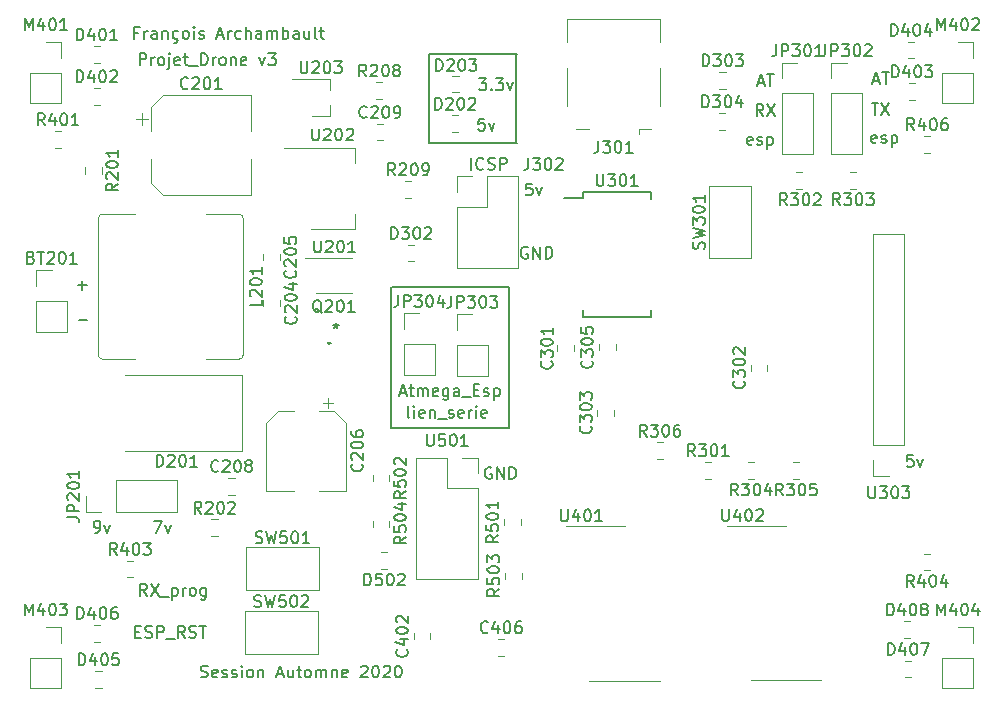
<source format=gbr>
G04 #@! TF.GenerationSoftware,KiCad,Pcbnew,(5.1.6)-1*
G04 #@! TF.CreationDate,2020-10-15T22:30:15-04:00*
G04 #@! TF.ProjectId,electronique_drone,656c6563-7472-46f6-9e69-7175655f6472,3*
G04 #@! TF.SameCoordinates,Original*
G04 #@! TF.FileFunction,Legend,Top*
G04 #@! TF.FilePolarity,Positive*
%FSLAX46Y46*%
G04 Gerber Fmt 4.6, Leading zero omitted, Abs format (unit mm)*
G04 Created by KiCad (PCBNEW (5.1.6)-1) date 2020-10-15 22:30:15*
%MOMM*%
%LPD*%
G01*
G04 APERTURE LIST*
%ADD10C,0.150000*%
%ADD11C,0.120000*%
%ADD12C,0.152400*%
G04 APERTURE END LIST*
D10*
X79490680Y-120102261D02*
X79633537Y-120149880D01*
X79871632Y-120149880D01*
X79966870Y-120102261D01*
X80014489Y-120054642D01*
X80062108Y-119959404D01*
X80062108Y-119864166D01*
X80014489Y-119768928D01*
X79966870Y-119721309D01*
X79871632Y-119673690D01*
X79681156Y-119626071D01*
X79585918Y-119578452D01*
X79538299Y-119530833D01*
X79490680Y-119435595D01*
X79490680Y-119340357D01*
X79538299Y-119245119D01*
X79585918Y-119197500D01*
X79681156Y-119149880D01*
X79919251Y-119149880D01*
X80062108Y-119197500D01*
X80871632Y-120102261D02*
X80776394Y-120149880D01*
X80585918Y-120149880D01*
X80490680Y-120102261D01*
X80443060Y-120007023D01*
X80443060Y-119626071D01*
X80490680Y-119530833D01*
X80585918Y-119483214D01*
X80776394Y-119483214D01*
X80871632Y-119530833D01*
X80919251Y-119626071D01*
X80919251Y-119721309D01*
X80443060Y-119816547D01*
X81300203Y-120102261D02*
X81395441Y-120149880D01*
X81585918Y-120149880D01*
X81681156Y-120102261D01*
X81728775Y-120007023D01*
X81728775Y-119959404D01*
X81681156Y-119864166D01*
X81585918Y-119816547D01*
X81443060Y-119816547D01*
X81347822Y-119768928D01*
X81300203Y-119673690D01*
X81300203Y-119626071D01*
X81347822Y-119530833D01*
X81443060Y-119483214D01*
X81585918Y-119483214D01*
X81681156Y-119530833D01*
X82109727Y-120102261D02*
X82204965Y-120149880D01*
X82395441Y-120149880D01*
X82490680Y-120102261D01*
X82538299Y-120007023D01*
X82538299Y-119959404D01*
X82490680Y-119864166D01*
X82395441Y-119816547D01*
X82252584Y-119816547D01*
X82157346Y-119768928D01*
X82109727Y-119673690D01*
X82109727Y-119626071D01*
X82157346Y-119530833D01*
X82252584Y-119483214D01*
X82395441Y-119483214D01*
X82490680Y-119530833D01*
X82966870Y-120149880D02*
X82966870Y-119483214D01*
X82966870Y-119149880D02*
X82919251Y-119197500D01*
X82966870Y-119245119D01*
X83014489Y-119197500D01*
X82966870Y-119149880D01*
X82966870Y-119245119D01*
X83585918Y-120149880D02*
X83490680Y-120102261D01*
X83443060Y-120054642D01*
X83395441Y-119959404D01*
X83395441Y-119673690D01*
X83443060Y-119578452D01*
X83490680Y-119530833D01*
X83585918Y-119483214D01*
X83728775Y-119483214D01*
X83824013Y-119530833D01*
X83871632Y-119578452D01*
X83919251Y-119673690D01*
X83919251Y-119959404D01*
X83871632Y-120054642D01*
X83824013Y-120102261D01*
X83728775Y-120149880D01*
X83585918Y-120149880D01*
X84347822Y-119483214D02*
X84347822Y-120149880D01*
X84347822Y-119578452D02*
X84395441Y-119530833D01*
X84490680Y-119483214D01*
X84633537Y-119483214D01*
X84728775Y-119530833D01*
X84776394Y-119626071D01*
X84776394Y-120149880D01*
X85966870Y-119864166D02*
X86443060Y-119864166D01*
X85871632Y-120149880D02*
X86204965Y-119149880D01*
X86538299Y-120149880D01*
X87300203Y-119483214D02*
X87300203Y-120149880D01*
X86871632Y-119483214D02*
X86871632Y-120007023D01*
X86919251Y-120102261D01*
X87014489Y-120149880D01*
X87157346Y-120149880D01*
X87252584Y-120102261D01*
X87300203Y-120054642D01*
X87633537Y-119483214D02*
X88014489Y-119483214D01*
X87776394Y-119149880D02*
X87776394Y-120007023D01*
X87824013Y-120102261D01*
X87919251Y-120149880D01*
X88014489Y-120149880D01*
X88490680Y-120149880D02*
X88395441Y-120102261D01*
X88347822Y-120054642D01*
X88300203Y-119959404D01*
X88300203Y-119673690D01*
X88347822Y-119578452D01*
X88395441Y-119530833D01*
X88490680Y-119483214D01*
X88633537Y-119483214D01*
X88728775Y-119530833D01*
X88776394Y-119578452D01*
X88824013Y-119673690D01*
X88824013Y-119959404D01*
X88776394Y-120054642D01*
X88728775Y-120102261D01*
X88633537Y-120149880D01*
X88490680Y-120149880D01*
X89252584Y-120149880D02*
X89252584Y-119483214D01*
X89252584Y-119578452D02*
X89300203Y-119530833D01*
X89395441Y-119483214D01*
X89538299Y-119483214D01*
X89633537Y-119530833D01*
X89681156Y-119626071D01*
X89681156Y-120149880D01*
X89681156Y-119626071D02*
X89728775Y-119530833D01*
X89824013Y-119483214D01*
X89966870Y-119483214D01*
X90062108Y-119530833D01*
X90109727Y-119626071D01*
X90109727Y-120149880D01*
X90585918Y-119483214D02*
X90585918Y-120149880D01*
X90585918Y-119578452D02*
X90633537Y-119530833D01*
X90728775Y-119483214D01*
X90871632Y-119483214D01*
X90966870Y-119530833D01*
X91014489Y-119626071D01*
X91014489Y-120149880D01*
X91871632Y-120102261D02*
X91776394Y-120149880D01*
X91585918Y-120149880D01*
X91490680Y-120102261D01*
X91443060Y-120007023D01*
X91443060Y-119626071D01*
X91490680Y-119530833D01*
X91585918Y-119483214D01*
X91776394Y-119483214D01*
X91871632Y-119530833D01*
X91919251Y-119626071D01*
X91919251Y-119721309D01*
X91443060Y-119816547D01*
X93062108Y-119245119D02*
X93109727Y-119197500D01*
X93204965Y-119149880D01*
X93443060Y-119149880D01*
X93538299Y-119197500D01*
X93585918Y-119245119D01*
X93633537Y-119340357D01*
X93633537Y-119435595D01*
X93585918Y-119578452D01*
X93014489Y-120149880D01*
X93633537Y-120149880D01*
X94252584Y-119149880D02*
X94347822Y-119149880D01*
X94443060Y-119197500D01*
X94490680Y-119245119D01*
X94538299Y-119340357D01*
X94585918Y-119530833D01*
X94585918Y-119768928D01*
X94538299Y-119959404D01*
X94490680Y-120054642D01*
X94443060Y-120102261D01*
X94347822Y-120149880D01*
X94252584Y-120149880D01*
X94157346Y-120102261D01*
X94109727Y-120054642D01*
X94062108Y-119959404D01*
X94014489Y-119768928D01*
X94014489Y-119530833D01*
X94062108Y-119340357D01*
X94109727Y-119245119D01*
X94157346Y-119197500D01*
X94252584Y-119149880D01*
X94966870Y-119245119D02*
X95014489Y-119197500D01*
X95109727Y-119149880D01*
X95347822Y-119149880D01*
X95443060Y-119197500D01*
X95490680Y-119245119D01*
X95538299Y-119340357D01*
X95538299Y-119435595D01*
X95490680Y-119578452D01*
X94919251Y-120149880D01*
X95538299Y-120149880D01*
X96157346Y-119149880D02*
X96252584Y-119149880D01*
X96347822Y-119197500D01*
X96395441Y-119245119D01*
X96443060Y-119340357D01*
X96490680Y-119530833D01*
X96490680Y-119768928D01*
X96443060Y-119959404D01*
X96395441Y-120054642D01*
X96347822Y-120102261D01*
X96252584Y-120149880D01*
X96157346Y-120149880D01*
X96062108Y-120102261D01*
X96014489Y-120054642D01*
X95966870Y-119959404D01*
X95919251Y-119768928D01*
X95919251Y-119530833D01*
X95966870Y-119340357D01*
X96014489Y-119245119D01*
X96062108Y-119197500D01*
X96157346Y-119149880D01*
X74201972Y-65546931D02*
X73868639Y-65546931D01*
X73868639Y-66070740D02*
X73868639Y-65070740D01*
X74344829Y-65070740D01*
X74725781Y-66070740D02*
X74725781Y-65404074D01*
X74725781Y-65594550D02*
X74773400Y-65499312D01*
X74821020Y-65451693D01*
X74916258Y-65404074D01*
X75011496Y-65404074D01*
X75773400Y-66070740D02*
X75773400Y-65546931D01*
X75725781Y-65451693D01*
X75630543Y-65404074D01*
X75440067Y-65404074D01*
X75344829Y-65451693D01*
X75773400Y-66023121D02*
X75678162Y-66070740D01*
X75440067Y-66070740D01*
X75344829Y-66023121D01*
X75297210Y-65927883D01*
X75297210Y-65832645D01*
X75344829Y-65737407D01*
X75440067Y-65689788D01*
X75678162Y-65689788D01*
X75773400Y-65642169D01*
X76249591Y-65404074D02*
X76249591Y-66070740D01*
X76249591Y-65499312D02*
X76297210Y-65451693D01*
X76392448Y-65404074D01*
X76535305Y-65404074D01*
X76630543Y-65451693D01*
X76678162Y-65546931D01*
X76678162Y-66070740D01*
X77582924Y-66023121D02*
X77487686Y-66070740D01*
X77297210Y-66070740D01*
X77201972Y-66023121D01*
X77154353Y-65975502D01*
X77106734Y-65880264D01*
X77106734Y-65594550D01*
X77154353Y-65499312D01*
X77201972Y-65451693D01*
X77297210Y-65404074D01*
X77487686Y-65404074D01*
X77582924Y-65451693D01*
X77392448Y-66118360D02*
X77487686Y-66165979D01*
X77535305Y-66261217D01*
X77487686Y-66356455D01*
X77392448Y-66404074D01*
X77249591Y-66404074D01*
X78154353Y-66070740D02*
X78059115Y-66023121D01*
X78011496Y-65975502D01*
X77963877Y-65880264D01*
X77963877Y-65594550D01*
X78011496Y-65499312D01*
X78059115Y-65451693D01*
X78154353Y-65404074D01*
X78297210Y-65404074D01*
X78392448Y-65451693D01*
X78440067Y-65499312D01*
X78487686Y-65594550D01*
X78487686Y-65880264D01*
X78440067Y-65975502D01*
X78392448Y-66023121D01*
X78297210Y-66070740D01*
X78154353Y-66070740D01*
X78916258Y-66070740D02*
X78916258Y-65404074D01*
X78916258Y-65070740D02*
X78868639Y-65118360D01*
X78916258Y-65165979D01*
X78963877Y-65118360D01*
X78916258Y-65070740D01*
X78916258Y-65165979D01*
X79344829Y-66023121D02*
X79440067Y-66070740D01*
X79630543Y-66070740D01*
X79725781Y-66023121D01*
X79773400Y-65927883D01*
X79773400Y-65880264D01*
X79725781Y-65785026D01*
X79630543Y-65737407D01*
X79487686Y-65737407D01*
X79392448Y-65689788D01*
X79344829Y-65594550D01*
X79344829Y-65546931D01*
X79392448Y-65451693D01*
X79487686Y-65404074D01*
X79630543Y-65404074D01*
X79725781Y-65451693D01*
X80916258Y-65785026D02*
X81392448Y-65785026D01*
X80821020Y-66070740D02*
X81154353Y-65070740D01*
X81487686Y-66070740D01*
X81821020Y-66070740D02*
X81821020Y-65404074D01*
X81821020Y-65594550D02*
X81868639Y-65499312D01*
X81916258Y-65451693D01*
X82011496Y-65404074D01*
X82106734Y-65404074D01*
X82868639Y-66023121D02*
X82773400Y-66070740D01*
X82582924Y-66070740D01*
X82487686Y-66023121D01*
X82440067Y-65975502D01*
X82392448Y-65880264D01*
X82392448Y-65594550D01*
X82440067Y-65499312D01*
X82487686Y-65451693D01*
X82582924Y-65404074D01*
X82773400Y-65404074D01*
X82868639Y-65451693D01*
X83297210Y-66070740D02*
X83297210Y-65070740D01*
X83725781Y-66070740D02*
X83725781Y-65546931D01*
X83678162Y-65451693D01*
X83582924Y-65404074D01*
X83440067Y-65404074D01*
X83344829Y-65451693D01*
X83297210Y-65499312D01*
X84630543Y-66070740D02*
X84630543Y-65546931D01*
X84582924Y-65451693D01*
X84487686Y-65404074D01*
X84297210Y-65404074D01*
X84201972Y-65451693D01*
X84630543Y-66023121D02*
X84535305Y-66070740D01*
X84297210Y-66070740D01*
X84201972Y-66023121D01*
X84154353Y-65927883D01*
X84154353Y-65832645D01*
X84201972Y-65737407D01*
X84297210Y-65689788D01*
X84535305Y-65689788D01*
X84630543Y-65642169D01*
X85106734Y-66070740D02*
X85106734Y-65404074D01*
X85106734Y-65499312D02*
X85154353Y-65451693D01*
X85249591Y-65404074D01*
X85392448Y-65404074D01*
X85487686Y-65451693D01*
X85535305Y-65546931D01*
X85535305Y-66070740D01*
X85535305Y-65546931D02*
X85582924Y-65451693D01*
X85678162Y-65404074D01*
X85821020Y-65404074D01*
X85916258Y-65451693D01*
X85963877Y-65546931D01*
X85963877Y-66070740D01*
X86440067Y-66070740D02*
X86440067Y-65070740D01*
X86440067Y-65451693D02*
X86535305Y-65404074D01*
X86725781Y-65404074D01*
X86821020Y-65451693D01*
X86868639Y-65499312D01*
X86916258Y-65594550D01*
X86916258Y-65880264D01*
X86868639Y-65975502D01*
X86821020Y-66023121D01*
X86725781Y-66070740D01*
X86535305Y-66070740D01*
X86440067Y-66023121D01*
X87773400Y-66070740D02*
X87773400Y-65546931D01*
X87725781Y-65451693D01*
X87630543Y-65404074D01*
X87440067Y-65404074D01*
X87344829Y-65451693D01*
X87773400Y-66023121D02*
X87678162Y-66070740D01*
X87440067Y-66070740D01*
X87344829Y-66023121D01*
X87297210Y-65927883D01*
X87297210Y-65832645D01*
X87344829Y-65737407D01*
X87440067Y-65689788D01*
X87678162Y-65689788D01*
X87773400Y-65642169D01*
X88678162Y-65404074D02*
X88678162Y-66070740D01*
X88249591Y-65404074D02*
X88249591Y-65927883D01*
X88297210Y-66023121D01*
X88392448Y-66070740D01*
X88535305Y-66070740D01*
X88630543Y-66023121D01*
X88678162Y-65975502D01*
X89297210Y-66070740D02*
X89201972Y-66023121D01*
X89154353Y-65927883D01*
X89154353Y-65070740D01*
X89535305Y-65404074D02*
X89916258Y-65404074D01*
X89678162Y-65070740D02*
X89678162Y-65927883D01*
X89725781Y-66023121D01*
X89821020Y-66070740D01*
X89916258Y-66070740D01*
X74312544Y-68303400D02*
X74312544Y-67303400D01*
X74693497Y-67303400D01*
X74788735Y-67351020D01*
X74836354Y-67398639D01*
X74883973Y-67493877D01*
X74883973Y-67636734D01*
X74836354Y-67731972D01*
X74788735Y-67779591D01*
X74693497Y-67827210D01*
X74312544Y-67827210D01*
X75312544Y-68303400D02*
X75312544Y-67636734D01*
X75312544Y-67827210D02*
X75360163Y-67731972D01*
X75407782Y-67684353D01*
X75503020Y-67636734D01*
X75598259Y-67636734D01*
X76074449Y-68303400D02*
X75979211Y-68255781D01*
X75931592Y-68208162D01*
X75883973Y-68112924D01*
X75883973Y-67827210D01*
X75931592Y-67731972D01*
X75979211Y-67684353D01*
X76074449Y-67636734D01*
X76217306Y-67636734D01*
X76312544Y-67684353D01*
X76360163Y-67731972D01*
X76407782Y-67827210D01*
X76407782Y-68112924D01*
X76360163Y-68208162D01*
X76312544Y-68255781D01*
X76217306Y-68303400D01*
X76074449Y-68303400D01*
X76836354Y-67636734D02*
X76836354Y-68493877D01*
X76788735Y-68589115D01*
X76693497Y-68636734D01*
X76645878Y-68636734D01*
X76836354Y-67303400D02*
X76788735Y-67351020D01*
X76836354Y-67398639D01*
X76883973Y-67351020D01*
X76836354Y-67303400D01*
X76836354Y-67398639D01*
X77693497Y-68255781D02*
X77598259Y-68303400D01*
X77407782Y-68303400D01*
X77312544Y-68255781D01*
X77264925Y-68160543D01*
X77264925Y-67779591D01*
X77312544Y-67684353D01*
X77407782Y-67636734D01*
X77598259Y-67636734D01*
X77693497Y-67684353D01*
X77741116Y-67779591D01*
X77741116Y-67874829D01*
X77264925Y-67970067D01*
X78026830Y-67636734D02*
X78407782Y-67636734D01*
X78169687Y-67303400D02*
X78169687Y-68160543D01*
X78217306Y-68255781D01*
X78312544Y-68303400D01*
X78407782Y-68303400D01*
X78503020Y-68398639D02*
X79264925Y-68398639D01*
X79503020Y-68303400D02*
X79503020Y-67303400D01*
X79741116Y-67303400D01*
X79883973Y-67351020D01*
X79979211Y-67446258D01*
X80026830Y-67541496D01*
X80074449Y-67731972D01*
X80074449Y-67874829D01*
X80026830Y-68065305D01*
X79979211Y-68160543D01*
X79883973Y-68255781D01*
X79741116Y-68303400D01*
X79503020Y-68303400D01*
X80503020Y-68303400D02*
X80503020Y-67636734D01*
X80503020Y-67827210D02*
X80550640Y-67731972D01*
X80598259Y-67684353D01*
X80693497Y-67636734D01*
X80788735Y-67636734D01*
X81264925Y-68303400D02*
X81169687Y-68255781D01*
X81122068Y-68208162D01*
X81074449Y-68112924D01*
X81074449Y-67827210D01*
X81122068Y-67731972D01*
X81169687Y-67684353D01*
X81264925Y-67636734D01*
X81407782Y-67636734D01*
X81503020Y-67684353D01*
X81550640Y-67731972D01*
X81598259Y-67827210D01*
X81598259Y-68112924D01*
X81550640Y-68208162D01*
X81503020Y-68255781D01*
X81407782Y-68303400D01*
X81264925Y-68303400D01*
X82026830Y-67636734D02*
X82026830Y-68303400D01*
X82026830Y-67731972D02*
X82074449Y-67684353D01*
X82169687Y-67636734D01*
X82312544Y-67636734D01*
X82407782Y-67684353D01*
X82455401Y-67779591D01*
X82455401Y-68303400D01*
X83312544Y-68255781D02*
X83217306Y-68303400D01*
X83026830Y-68303400D01*
X82931592Y-68255781D01*
X82883973Y-68160543D01*
X82883973Y-67779591D01*
X82931592Y-67684353D01*
X83026830Y-67636734D01*
X83217306Y-67636734D01*
X83312544Y-67684353D01*
X83360163Y-67779591D01*
X83360163Y-67874829D01*
X82883973Y-67970067D01*
X84455401Y-67636734D02*
X84693497Y-68303400D01*
X84931592Y-67636734D01*
X85217306Y-67303400D02*
X85836354Y-67303400D01*
X85503020Y-67684353D01*
X85645878Y-67684353D01*
X85741116Y-67731972D01*
X85788735Y-67779591D01*
X85836354Y-67874829D01*
X85836354Y-68112924D01*
X85788735Y-68208162D01*
X85741116Y-68255781D01*
X85645878Y-68303400D01*
X85360163Y-68303400D01*
X85264925Y-68255781D01*
X85217306Y-68208162D01*
X104094375Y-102390820D02*
X103999137Y-102343200D01*
X103856280Y-102343200D01*
X103713422Y-102390820D01*
X103618184Y-102486058D01*
X103570565Y-102581296D01*
X103522946Y-102771772D01*
X103522946Y-102914629D01*
X103570565Y-103105105D01*
X103618184Y-103200343D01*
X103713422Y-103295581D01*
X103856280Y-103343200D01*
X103951518Y-103343200D01*
X104094375Y-103295581D01*
X104141994Y-103247962D01*
X104141994Y-102914629D01*
X103951518Y-102914629D01*
X104570565Y-103343200D02*
X104570565Y-102343200D01*
X105141994Y-103343200D01*
X105141994Y-102343200D01*
X105618184Y-103343200D02*
X105618184Y-102343200D01*
X105856280Y-102343200D01*
X105999137Y-102390820D01*
X106094375Y-102486058D01*
X106141994Y-102581296D01*
X106189613Y-102771772D01*
X106189613Y-102914629D01*
X106141994Y-103105105D01*
X106094375Y-103200343D01*
X105999137Y-103295581D01*
X105856280Y-103343200D01*
X105618184Y-103343200D01*
X70515551Y-107881680D02*
X70706027Y-107881680D01*
X70801265Y-107834061D01*
X70848884Y-107786442D01*
X70944122Y-107643585D01*
X70991741Y-107453109D01*
X70991741Y-107072157D01*
X70944122Y-106976919D01*
X70896503Y-106929300D01*
X70801265Y-106881680D01*
X70610789Y-106881680D01*
X70515551Y-106929300D01*
X70467932Y-106976919D01*
X70420313Y-107072157D01*
X70420313Y-107310252D01*
X70467932Y-107405490D01*
X70515551Y-107453109D01*
X70610789Y-107500728D01*
X70801265Y-107500728D01*
X70896503Y-107453109D01*
X70944122Y-107405490D01*
X70991741Y-107310252D01*
X71325075Y-107215014D02*
X71563170Y-107881680D01*
X71801265Y-107215014D01*
X107162695Y-83736560D02*
X107067457Y-83688940D01*
X106924600Y-83688940D01*
X106781742Y-83736560D01*
X106686504Y-83831798D01*
X106638885Y-83927036D01*
X106591266Y-84117512D01*
X106591266Y-84260369D01*
X106638885Y-84450845D01*
X106686504Y-84546083D01*
X106781742Y-84641321D01*
X106924600Y-84688940D01*
X107019838Y-84688940D01*
X107162695Y-84641321D01*
X107210314Y-84593702D01*
X107210314Y-84260369D01*
X107019838Y-84260369D01*
X107638885Y-84688940D02*
X107638885Y-83688940D01*
X108210314Y-84688940D01*
X108210314Y-83688940D01*
X108686504Y-84688940D02*
X108686504Y-83688940D01*
X108924600Y-83688940D01*
X109067457Y-83736560D01*
X109162695Y-83831798D01*
X109210314Y-83927036D01*
X109257933Y-84117512D01*
X109257933Y-84260369D01*
X109210314Y-84450845D01*
X109162695Y-84546083D01*
X109067457Y-84641321D01*
X108924600Y-84688940D01*
X108686504Y-84688940D01*
X107532822Y-78332080D02*
X107056632Y-78332080D01*
X107009013Y-78808271D01*
X107056632Y-78760652D01*
X107151870Y-78713033D01*
X107389965Y-78713033D01*
X107485203Y-78760652D01*
X107532822Y-78808271D01*
X107580441Y-78903509D01*
X107580441Y-79141604D01*
X107532822Y-79236842D01*
X107485203Y-79284461D01*
X107389965Y-79332080D01*
X107151870Y-79332080D01*
X107056632Y-79284461D01*
X107009013Y-79236842D01*
X107913775Y-78665414D02*
X108151870Y-79332080D01*
X108389965Y-78665414D01*
X102379329Y-77155300D02*
X102379329Y-76155300D01*
X103426948Y-77060062D02*
X103379329Y-77107681D01*
X103236472Y-77155300D01*
X103141234Y-77155300D01*
X102998377Y-77107681D01*
X102903139Y-77012443D01*
X102855520Y-76917205D01*
X102807900Y-76726729D01*
X102807900Y-76583872D01*
X102855520Y-76393396D01*
X102903139Y-76298158D01*
X102998377Y-76202920D01*
X103141234Y-76155300D01*
X103236472Y-76155300D01*
X103379329Y-76202920D01*
X103426948Y-76250539D01*
X103807900Y-77107681D02*
X103950758Y-77155300D01*
X104188853Y-77155300D01*
X104284091Y-77107681D01*
X104331710Y-77060062D01*
X104379329Y-76964824D01*
X104379329Y-76869586D01*
X104331710Y-76774348D01*
X104284091Y-76726729D01*
X104188853Y-76679110D01*
X103998377Y-76631491D01*
X103903139Y-76583872D01*
X103855520Y-76536253D01*
X103807900Y-76441015D01*
X103807900Y-76345777D01*
X103855520Y-76250539D01*
X103903139Y-76202920D01*
X103998377Y-76155300D01*
X104236472Y-76155300D01*
X104379329Y-76202920D01*
X104807900Y-77155300D02*
X104807900Y-76155300D01*
X105188853Y-76155300D01*
X105284091Y-76202920D01*
X105331710Y-76250539D01*
X105379329Y-76345777D01*
X105379329Y-76488634D01*
X105331710Y-76583872D01*
X105284091Y-76631491D01*
X105188853Y-76679110D01*
X104807900Y-76679110D01*
X73941988Y-116263111D02*
X74275321Y-116263111D01*
X74418179Y-116786920D02*
X73941988Y-116786920D01*
X73941988Y-115786920D01*
X74418179Y-115786920D01*
X74799131Y-116739301D02*
X74941988Y-116786920D01*
X75180083Y-116786920D01*
X75275321Y-116739301D01*
X75322940Y-116691682D01*
X75370560Y-116596444D01*
X75370560Y-116501206D01*
X75322940Y-116405968D01*
X75275321Y-116358349D01*
X75180083Y-116310730D01*
X74989607Y-116263111D01*
X74894369Y-116215492D01*
X74846750Y-116167873D01*
X74799131Y-116072635D01*
X74799131Y-115977397D01*
X74846750Y-115882159D01*
X74894369Y-115834540D01*
X74989607Y-115786920D01*
X75227702Y-115786920D01*
X75370560Y-115834540D01*
X75799131Y-116786920D02*
X75799131Y-115786920D01*
X76180083Y-115786920D01*
X76275321Y-115834540D01*
X76322940Y-115882159D01*
X76370560Y-115977397D01*
X76370560Y-116120254D01*
X76322940Y-116215492D01*
X76275321Y-116263111D01*
X76180083Y-116310730D01*
X75799131Y-116310730D01*
X76561036Y-116882159D02*
X77322940Y-116882159D01*
X78132464Y-116786920D02*
X77799131Y-116310730D01*
X77561036Y-116786920D02*
X77561036Y-115786920D01*
X77941988Y-115786920D01*
X78037226Y-115834540D01*
X78084845Y-115882159D01*
X78132464Y-115977397D01*
X78132464Y-116120254D01*
X78084845Y-116215492D01*
X78037226Y-116263111D01*
X77941988Y-116310730D01*
X77561036Y-116310730D01*
X78513417Y-116739301D02*
X78656274Y-116786920D01*
X78894369Y-116786920D01*
X78989607Y-116739301D01*
X79037226Y-116691682D01*
X79084845Y-116596444D01*
X79084845Y-116501206D01*
X79037226Y-116405968D01*
X78989607Y-116358349D01*
X78894369Y-116310730D01*
X78703893Y-116263111D01*
X78608655Y-116215492D01*
X78561036Y-116167873D01*
X78513417Y-116072635D01*
X78513417Y-115977397D01*
X78561036Y-115882159D01*
X78608655Y-115834540D01*
X78703893Y-115786920D01*
X78941988Y-115786920D01*
X79084845Y-115834540D01*
X79370560Y-115786920D02*
X79941988Y-115786920D01*
X79656274Y-116786920D02*
X79656274Y-115786920D01*
X74928054Y-113223300D02*
X74594720Y-112747110D01*
X74356625Y-113223300D02*
X74356625Y-112223300D01*
X74737578Y-112223300D01*
X74832816Y-112270920D01*
X74880435Y-112318539D01*
X74928054Y-112413777D01*
X74928054Y-112556634D01*
X74880435Y-112651872D01*
X74832816Y-112699491D01*
X74737578Y-112747110D01*
X74356625Y-112747110D01*
X75261387Y-112223300D02*
X75928054Y-113223300D01*
X75928054Y-112223300D02*
X75261387Y-113223300D01*
X76070911Y-113318539D02*
X76832816Y-113318539D01*
X77070911Y-112556634D02*
X77070911Y-113556634D01*
X77070911Y-112604253D02*
X77166149Y-112556634D01*
X77356625Y-112556634D01*
X77451863Y-112604253D01*
X77499482Y-112651872D01*
X77547101Y-112747110D01*
X77547101Y-113032824D01*
X77499482Y-113128062D01*
X77451863Y-113175681D01*
X77356625Y-113223300D01*
X77166149Y-113223300D01*
X77070911Y-113175681D01*
X77975673Y-113223300D02*
X77975673Y-112556634D01*
X77975673Y-112747110D02*
X78023292Y-112651872D01*
X78070911Y-112604253D01*
X78166149Y-112556634D01*
X78261387Y-112556634D01*
X78737578Y-113223300D02*
X78642340Y-113175681D01*
X78594720Y-113128062D01*
X78547101Y-113032824D01*
X78547101Y-112747110D01*
X78594720Y-112651872D01*
X78642340Y-112604253D01*
X78737578Y-112556634D01*
X78880435Y-112556634D01*
X78975673Y-112604253D01*
X79023292Y-112651872D01*
X79070911Y-112747110D01*
X79070911Y-113032824D01*
X79023292Y-113128062D01*
X78975673Y-113175681D01*
X78880435Y-113223300D01*
X78737578Y-113223300D01*
X79928054Y-112556634D02*
X79928054Y-113366158D01*
X79880435Y-113461396D01*
X79832816Y-113509015D01*
X79737578Y-113556634D01*
X79594720Y-113556634D01*
X79499482Y-113509015D01*
X79928054Y-113175681D02*
X79832816Y-113223300D01*
X79642340Y-113223300D01*
X79547101Y-113175681D01*
X79499482Y-113128062D01*
X79451863Y-113032824D01*
X79451863Y-112747110D01*
X79499482Y-112651872D01*
X79547101Y-112604253D01*
X79642340Y-112556634D01*
X79832816Y-112556634D01*
X79928054Y-112604253D01*
X139790822Y-101311460D02*
X139314632Y-101311460D01*
X139267013Y-101787651D01*
X139314632Y-101740032D01*
X139409870Y-101692413D01*
X139647965Y-101692413D01*
X139743203Y-101740032D01*
X139790822Y-101787651D01*
X139838441Y-101882889D01*
X139838441Y-102120984D01*
X139790822Y-102216222D01*
X139743203Y-102263841D01*
X139647965Y-102311460D01*
X139409870Y-102311460D01*
X139314632Y-102263841D01*
X139267013Y-102216222D01*
X140171775Y-101644794D02*
X140409870Y-102311460D01*
X140647965Y-101644794D01*
X136693993Y-74852161D02*
X136598755Y-74899780D01*
X136408279Y-74899780D01*
X136313040Y-74852161D01*
X136265421Y-74756923D01*
X136265421Y-74375971D01*
X136313040Y-74280733D01*
X136408279Y-74233114D01*
X136598755Y-74233114D01*
X136693993Y-74280733D01*
X136741612Y-74375971D01*
X136741612Y-74471209D01*
X136265421Y-74566447D01*
X137122564Y-74852161D02*
X137217802Y-74899780D01*
X137408279Y-74899780D01*
X137503517Y-74852161D01*
X137551136Y-74756923D01*
X137551136Y-74709304D01*
X137503517Y-74614066D01*
X137408279Y-74566447D01*
X137265421Y-74566447D01*
X137170183Y-74518828D01*
X137122564Y-74423590D01*
X137122564Y-74375971D01*
X137170183Y-74280733D01*
X137265421Y-74233114D01*
X137408279Y-74233114D01*
X137503517Y-74280733D01*
X137979707Y-74233114D02*
X137979707Y-75233114D01*
X137979707Y-74280733D02*
X138074945Y-74233114D01*
X138265421Y-74233114D01*
X138360660Y-74280733D01*
X138408279Y-74328352D01*
X138455898Y-74423590D01*
X138455898Y-74709304D01*
X138408279Y-74804542D01*
X138360660Y-74852161D01*
X138265421Y-74899780D01*
X138074945Y-74899780D01*
X137979707Y-74852161D01*
X136429192Y-69615346D02*
X136905382Y-69615346D01*
X136333954Y-69901060D02*
X136667287Y-68901060D01*
X137000620Y-69901060D01*
X137191097Y-68901060D02*
X137762525Y-68901060D01*
X137476811Y-69901060D02*
X137476811Y-68901060D01*
X136286335Y-71537580D02*
X136857763Y-71537580D01*
X136572049Y-72537580D02*
X136572049Y-71537580D01*
X137095859Y-71537580D02*
X137762525Y-72537580D01*
X137762525Y-71537580D02*
X137095859Y-72537580D01*
X126165693Y-75002021D02*
X126070455Y-75049640D01*
X125879979Y-75049640D01*
X125784740Y-75002021D01*
X125737121Y-74906783D01*
X125737121Y-74525831D01*
X125784740Y-74430593D01*
X125879979Y-74382974D01*
X126070455Y-74382974D01*
X126165693Y-74430593D01*
X126213312Y-74525831D01*
X126213312Y-74621069D01*
X125737121Y-74716307D01*
X126594264Y-75002021D02*
X126689502Y-75049640D01*
X126879979Y-75049640D01*
X126975217Y-75002021D01*
X127022836Y-74906783D01*
X127022836Y-74859164D01*
X126975217Y-74763926D01*
X126879979Y-74716307D01*
X126737121Y-74716307D01*
X126641883Y-74668688D01*
X126594264Y-74573450D01*
X126594264Y-74525831D01*
X126641883Y-74430593D01*
X126737121Y-74382974D01*
X126879979Y-74382974D01*
X126975217Y-74430593D01*
X127451407Y-74382974D02*
X127451407Y-75382974D01*
X127451407Y-74430593D02*
X127546645Y-74382974D01*
X127737121Y-74382974D01*
X127832360Y-74430593D01*
X127879979Y-74478212D01*
X127927598Y-74573450D01*
X127927598Y-74859164D01*
X127879979Y-74954402D01*
X127832360Y-75002021D01*
X127737121Y-75049640D01*
X127546645Y-75049640D01*
X127451407Y-75002021D01*
X126667972Y-69788066D02*
X127144162Y-69788066D01*
X126572734Y-70073780D02*
X126906067Y-69073780D01*
X127239400Y-70073780D01*
X127429877Y-69073780D02*
X128001305Y-69073780D01*
X127715591Y-70073780D02*
X127715591Y-69073780D01*
X127120353Y-72618860D02*
X126787020Y-72142670D01*
X126548924Y-72618860D02*
X126548924Y-71618860D01*
X126929877Y-71618860D01*
X127025115Y-71666480D01*
X127072734Y-71714099D01*
X127120353Y-71809337D01*
X127120353Y-71952194D01*
X127072734Y-72047432D01*
X127025115Y-72095051D01*
X126929877Y-72142670D01*
X126548924Y-72142670D01*
X127453686Y-71618860D02*
X128120353Y-72618860D01*
X128120353Y-71618860D02*
X127453686Y-72618860D01*
X97154763Y-98158560D02*
X97059525Y-98110941D01*
X97011906Y-98015703D01*
X97011906Y-97158560D01*
X97535716Y-98158560D02*
X97535716Y-97491894D01*
X97535716Y-97158560D02*
X97488097Y-97206180D01*
X97535716Y-97253799D01*
X97583335Y-97206180D01*
X97535716Y-97158560D01*
X97535716Y-97253799D01*
X98392859Y-98110941D02*
X98297620Y-98158560D01*
X98107144Y-98158560D01*
X98011906Y-98110941D01*
X97964287Y-98015703D01*
X97964287Y-97634751D01*
X98011906Y-97539513D01*
X98107144Y-97491894D01*
X98297620Y-97491894D01*
X98392859Y-97539513D01*
X98440478Y-97634751D01*
X98440478Y-97729989D01*
X97964287Y-97825227D01*
X98869049Y-97491894D02*
X98869049Y-98158560D01*
X98869049Y-97587132D02*
X98916668Y-97539513D01*
X99011906Y-97491894D01*
X99154763Y-97491894D01*
X99250001Y-97539513D01*
X99297620Y-97634751D01*
X99297620Y-98158560D01*
X99535716Y-98253799D02*
X100297620Y-98253799D01*
X100488097Y-98110941D02*
X100583335Y-98158560D01*
X100773811Y-98158560D01*
X100869049Y-98110941D01*
X100916668Y-98015703D01*
X100916668Y-97968084D01*
X100869049Y-97872846D01*
X100773811Y-97825227D01*
X100630954Y-97825227D01*
X100535716Y-97777608D01*
X100488097Y-97682370D01*
X100488097Y-97634751D01*
X100535716Y-97539513D01*
X100630954Y-97491894D01*
X100773811Y-97491894D01*
X100869049Y-97539513D01*
X101726192Y-98110941D02*
X101630954Y-98158560D01*
X101440478Y-98158560D01*
X101345240Y-98110941D01*
X101297620Y-98015703D01*
X101297620Y-97634751D01*
X101345240Y-97539513D01*
X101440478Y-97491894D01*
X101630954Y-97491894D01*
X101726192Y-97539513D01*
X101773811Y-97634751D01*
X101773811Y-97729989D01*
X101297620Y-97825227D01*
X102202382Y-98158560D02*
X102202382Y-97491894D01*
X102202382Y-97682370D02*
X102250001Y-97587132D01*
X102297620Y-97539513D01*
X102392859Y-97491894D01*
X102488097Y-97491894D01*
X102821430Y-98158560D02*
X102821430Y-97491894D01*
X102821430Y-97158560D02*
X102773811Y-97206180D01*
X102821430Y-97253799D01*
X102869049Y-97206180D01*
X102821430Y-97158560D01*
X102821430Y-97253799D01*
X103678573Y-98110941D02*
X103583335Y-98158560D01*
X103392859Y-98158560D01*
X103297620Y-98110941D01*
X103250001Y-98015703D01*
X103250001Y-97634751D01*
X103297620Y-97539513D01*
X103392859Y-97491894D01*
X103583335Y-97491894D01*
X103678573Y-97539513D01*
X103726192Y-97634751D01*
X103726192Y-97729989D01*
X103250001Y-97825227D01*
X95633540Y-96870520D02*
X95633540Y-98958400D01*
X105605580Y-96895920D02*
X105605580Y-98945700D01*
X96369714Y-96044046D02*
X96845904Y-96044046D01*
X96274476Y-96329760D02*
X96607809Y-95329760D01*
X96941142Y-96329760D01*
X97131619Y-95663094D02*
X97512571Y-95663094D01*
X97274476Y-95329760D02*
X97274476Y-96186903D01*
X97322095Y-96282141D01*
X97417333Y-96329760D01*
X97512571Y-96329760D01*
X97845904Y-96329760D02*
X97845904Y-95663094D01*
X97845904Y-95758332D02*
X97893523Y-95710713D01*
X97988761Y-95663094D01*
X98131619Y-95663094D01*
X98226857Y-95710713D01*
X98274476Y-95805951D01*
X98274476Y-96329760D01*
X98274476Y-95805951D02*
X98322095Y-95710713D01*
X98417333Y-95663094D01*
X98560190Y-95663094D01*
X98655428Y-95710713D01*
X98703047Y-95805951D01*
X98703047Y-96329760D01*
X99560190Y-96282141D02*
X99464952Y-96329760D01*
X99274476Y-96329760D01*
X99179238Y-96282141D01*
X99131619Y-96186903D01*
X99131619Y-95805951D01*
X99179238Y-95710713D01*
X99274476Y-95663094D01*
X99464952Y-95663094D01*
X99560190Y-95710713D01*
X99607809Y-95805951D01*
X99607809Y-95901189D01*
X99131619Y-95996427D01*
X100464952Y-95663094D02*
X100464952Y-96472618D01*
X100417333Y-96567856D01*
X100369714Y-96615475D01*
X100274476Y-96663094D01*
X100131619Y-96663094D01*
X100036380Y-96615475D01*
X100464952Y-96282141D02*
X100369714Y-96329760D01*
X100179238Y-96329760D01*
X100084000Y-96282141D01*
X100036380Y-96234522D01*
X99988761Y-96139284D01*
X99988761Y-95853570D01*
X100036380Y-95758332D01*
X100084000Y-95710713D01*
X100179238Y-95663094D01*
X100369714Y-95663094D01*
X100464952Y-95710713D01*
X101369714Y-96329760D02*
X101369714Y-95805951D01*
X101322095Y-95710713D01*
X101226857Y-95663094D01*
X101036380Y-95663094D01*
X100941142Y-95710713D01*
X101369714Y-96282141D02*
X101274476Y-96329760D01*
X101036380Y-96329760D01*
X100941142Y-96282141D01*
X100893523Y-96186903D01*
X100893523Y-96091665D01*
X100941142Y-95996427D01*
X101036380Y-95948808D01*
X101274476Y-95948808D01*
X101369714Y-95901189D01*
X101607809Y-96424999D02*
X102369714Y-96424999D01*
X102607809Y-95805951D02*
X102941142Y-95805951D01*
X103084000Y-96329760D02*
X102607809Y-96329760D01*
X102607809Y-95329760D01*
X103084000Y-95329760D01*
X103464952Y-96282141D02*
X103560190Y-96329760D01*
X103750666Y-96329760D01*
X103845904Y-96282141D01*
X103893523Y-96186903D01*
X103893523Y-96139284D01*
X103845904Y-96044046D01*
X103750666Y-95996427D01*
X103607809Y-95996427D01*
X103512571Y-95948808D01*
X103464952Y-95853570D01*
X103464952Y-95805951D01*
X103512571Y-95710713D01*
X103607809Y-95663094D01*
X103750666Y-95663094D01*
X103845904Y-95710713D01*
X104322095Y-95663094D02*
X104322095Y-96663094D01*
X104322095Y-95710713D02*
X104417333Y-95663094D01*
X104607809Y-95663094D01*
X104703047Y-95710713D01*
X104750666Y-95758332D01*
X104798285Y-95853570D01*
X104798285Y-96139284D01*
X104750666Y-96234522D01*
X104703047Y-96282141D01*
X104607809Y-96329760D01*
X104417333Y-96329760D01*
X104322095Y-96282141D01*
X95636080Y-96903540D02*
X95631000Y-87127080D01*
X105564940Y-99001580D02*
X95590360Y-99001580D01*
X105610660Y-87124540D02*
X105610660Y-96903540D01*
X95643700Y-87119460D02*
X105610660Y-87124540D01*
X69138847Y-89888368D02*
X69900752Y-89888368D01*
X69095667Y-86952128D02*
X69857572Y-86952128D01*
X69476620Y-87333080D02*
X69476620Y-86571176D01*
X75500954Y-106902000D02*
X76167620Y-106902000D01*
X75739049Y-107902000D01*
X76453335Y-107235334D02*
X76691430Y-107902000D01*
X76929525Y-107235334D01*
X106225340Y-67386200D02*
X106197400Y-67386200D01*
X98806000Y-67386200D02*
X106225340Y-67386200D01*
X106222800Y-74899520D02*
X106222800Y-67391280D01*
X98798380Y-74866500D02*
X106232960Y-74866500D01*
X98800920Y-67411600D02*
X98798380Y-74866500D01*
X103491682Y-72843140D02*
X103015492Y-72843140D01*
X102967873Y-73319331D01*
X103015492Y-73271712D01*
X103110730Y-73224093D01*
X103348825Y-73224093D01*
X103444063Y-73271712D01*
X103491682Y-73319331D01*
X103539301Y-73414569D01*
X103539301Y-73652664D01*
X103491682Y-73747902D01*
X103444063Y-73795521D01*
X103348825Y-73843140D01*
X103110730Y-73843140D01*
X103015492Y-73795521D01*
X102967873Y-73747902D01*
X103872635Y-73176474D02*
X104110730Y-73843140D01*
X104348825Y-73176474D01*
X103049248Y-69424300D02*
X103668296Y-69424300D01*
X103334962Y-69805253D01*
X103477820Y-69805253D01*
X103573058Y-69852872D01*
X103620677Y-69900491D01*
X103668296Y-69995729D01*
X103668296Y-70233824D01*
X103620677Y-70329062D01*
X103573058Y-70376681D01*
X103477820Y-70424300D01*
X103192105Y-70424300D01*
X103096867Y-70376681D01*
X103049248Y-70329062D01*
X104096867Y-70329062D02*
X104144486Y-70376681D01*
X104096867Y-70424300D01*
X104049248Y-70376681D01*
X104096867Y-70329062D01*
X104096867Y-70424300D01*
X104477820Y-69424300D02*
X105096867Y-69424300D01*
X104763534Y-69805253D01*
X104906391Y-69805253D01*
X105001629Y-69852872D01*
X105049248Y-69900491D01*
X105096867Y-69995729D01*
X105096867Y-70233824D01*
X105049248Y-70329062D01*
X105001629Y-70376681D01*
X104906391Y-70424300D01*
X104620677Y-70424300D01*
X104525439Y-70376681D01*
X104477820Y-70329062D01*
X105430200Y-69757634D02*
X105668296Y-70424300D01*
X105906391Y-69757634D01*
D11*
X65545660Y-90862460D02*
X68205660Y-90862460D01*
X65545660Y-88262460D02*
X65545660Y-90862460D01*
X68205660Y-88262460D02*
X68205660Y-90862460D01*
X65545660Y-88262460D02*
X68205660Y-88262460D01*
X65545660Y-86992460D02*
X65545660Y-85662460D01*
X65545660Y-85662460D02*
X66875660Y-85662460D01*
X83779780Y-79342400D02*
X83779780Y-76292400D01*
X83779780Y-70822400D02*
X83779780Y-73872400D01*
X76324217Y-70822400D02*
X83779780Y-70822400D01*
X76324217Y-79342400D02*
X83779780Y-79342400D01*
X75259780Y-78277963D02*
X75259780Y-76292400D01*
X75259780Y-71886837D02*
X75259780Y-73872400D01*
X75259780Y-71886837D02*
X76324217Y-70822400D01*
X75259780Y-78277963D02*
X76324217Y-79342400D01*
X74019780Y-72872400D02*
X75019780Y-72872400D01*
X74519780Y-72372400D02*
X74519780Y-73372400D01*
X86206400Y-88219782D02*
X86206400Y-88736938D01*
X84786400Y-88219782D02*
X84786400Y-88736938D01*
X84758460Y-84325962D02*
X84758460Y-84843118D01*
X86178460Y-84325962D02*
X86178460Y-84843118D01*
X85004860Y-104375000D02*
X87354860Y-104375000D01*
X91824860Y-104375000D02*
X89474860Y-104375000D01*
X91824860Y-98619437D02*
X91824860Y-104375000D01*
X85004860Y-98619437D02*
X85004860Y-104375000D01*
X86069297Y-97555000D02*
X87354860Y-97555000D01*
X90760423Y-97555000D02*
X89474860Y-97555000D01*
X90760423Y-97555000D02*
X91824860Y-98619437D01*
X86069297Y-97555000D02*
X85004860Y-98619437D01*
X90262360Y-96527500D02*
X90262360Y-97315000D01*
X90656110Y-96921250D02*
X89868610Y-96921250D01*
X81833982Y-103244580D02*
X82351138Y-103244580D01*
X81833982Y-104664580D02*
X82351138Y-104664580D01*
X94389202Y-73254800D02*
X94906358Y-73254800D01*
X94389202Y-74674800D02*
X94906358Y-74674800D01*
X109675860Y-91978742D02*
X109675860Y-92495898D01*
X111095860Y-91978742D02*
X111095860Y-92495898D01*
X127463620Y-94203018D02*
X127463620Y-93685862D01*
X126043620Y-94203018D02*
X126043620Y-93685862D01*
X113071840Y-97995238D02*
X113071840Y-97478082D01*
X114491840Y-97995238D02*
X114491840Y-97478082D01*
X113188680Y-92458038D02*
X113188680Y-91940882D01*
X114608680Y-92458038D02*
X114608680Y-91940882D01*
X98924180Y-116920538D02*
X98924180Y-116403382D01*
X97504180Y-116920538D02*
X97504180Y-116403382D01*
X104666042Y-118301840D02*
X105183198Y-118301840D01*
X104666042Y-116881840D02*
X105183198Y-116881840D01*
X82944600Y-94504440D02*
X82944600Y-101004440D01*
X82944600Y-94504440D02*
X73044600Y-94504440D01*
X82944600Y-101004440D02*
X73044600Y-101004440D01*
X100746822Y-72561380D02*
X101263978Y-72561380D01*
X100746822Y-73981380D02*
X101263978Y-73981380D01*
X101314778Y-69190800D02*
X100797622Y-69190800D01*
X101314778Y-70610800D02*
X100797622Y-70610800D01*
X97025722Y-84928780D02*
X97542878Y-84928780D01*
X97025722Y-83508780D02*
X97542878Y-83508780D01*
X123406162Y-68880920D02*
X123923318Y-68880920D01*
X123406162Y-70300920D02*
X123923318Y-70300920D01*
X123362982Y-73778180D02*
X123880138Y-73778180D01*
X123362982Y-72358180D02*
X123880138Y-72358180D01*
X70421762Y-68119060D02*
X70938918Y-68119060D01*
X70421762Y-66699060D02*
X70938918Y-66699060D01*
X70421762Y-70229660D02*
X70938918Y-70229660D01*
X70421762Y-71649660D02*
X70938918Y-71649660D01*
X139438642Y-69820720D02*
X139955798Y-69820720D01*
X139438642Y-71240720D02*
X139955798Y-71240720D01*
X139359902Y-67727900D02*
X139877058Y-67727900D01*
X139359902Y-66307900D02*
X139877058Y-66307900D01*
X70574162Y-119602180D02*
X71091318Y-119602180D01*
X70574162Y-121022180D02*
X71091318Y-121022180D01*
X70455022Y-117113120D02*
X70972178Y-117113120D01*
X70455022Y-115693120D02*
X70972178Y-115693120D01*
X139098282Y-118723340D02*
X139615438Y-118723340D01*
X139098282Y-120143340D02*
X139615438Y-120143340D01*
X139034782Y-116803240D02*
X139551938Y-116803240D01*
X139034782Y-115383240D02*
X139551938Y-115383240D01*
X95282278Y-110963780D02*
X94765122Y-110963780D01*
X95282278Y-109543780D02*
X94765122Y-109543780D01*
X110532240Y-64359100D02*
X118352240Y-64359100D01*
X116552240Y-73679100D02*
X116552240Y-74109100D01*
X110532240Y-64359100D02*
X110532240Y-66309100D01*
X110532240Y-68529100D02*
X110532240Y-71759100D01*
X112332240Y-73679100D02*
X111252240Y-73679100D01*
X117632240Y-73679100D02*
X116552240Y-73679100D01*
X118352240Y-68529100D02*
X118352240Y-71759100D01*
X118352240Y-64359100D02*
X118352240Y-66309100D01*
X101151380Y-85459880D02*
X106351380Y-85459880D01*
X101151380Y-80319880D02*
X101151380Y-85459880D01*
X106351380Y-77719880D02*
X106351380Y-85459880D01*
X101151380Y-80319880D02*
X103751380Y-80319880D01*
X103751380Y-80319880D02*
X103751380Y-77719880D01*
X103751380Y-77719880D02*
X106351380Y-77719880D01*
X101151380Y-79049880D02*
X101151380Y-77719880D01*
X101151380Y-77719880D02*
X102481380Y-77719880D01*
X77484280Y-106112620D02*
X77484280Y-103452620D01*
X72344280Y-106112620D02*
X77484280Y-106112620D01*
X72344280Y-103452620D02*
X77484280Y-103452620D01*
X72344280Y-106112620D02*
X72344280Y-103452620D01*
X71074280Y-106112620D02*
X69744280Y-106112620D01*
X69744280Y-106112620D02*
X69744280Y-104782620D01*
X128659580Y-75845980D02*
X131319580Y-75845980D01*
X128659580Y-70705980D02*
X128659580Y-75845980D01*
X131319580Y-70705980D02*
X131319580Y-75845980D01*
X128659580Y-70705980D02*
X131319580Y-70705980D01*
X128659580Y-69435980D02*
X128659580Y-68105980D01*
X128659580Y-68105980D02*
X129989580Y-68105980D01*
X132837880Y-68093280D02*
X134167880Y-68093280D01*
X132837880Y-69423280D02*
X132837880Y-68093280D01*
X132837880Y-70693280D02*
X135497880Y-70693280D01*
X135497880Y-70693280D02*
X135497880Y-75833280D01*
X132837880Y-70693280D02*
X132837880Y-75833280D01*
X132837880Y-75833280D02*
X135497880Y-75833280D01*
X101164080Y-89388640D02*
X102494080Y-89388640D01*
X101164080Y-90718640D02*
X101164080Y-89388640D01*
X101164080Y-91988640D02*
X103824080Y-91988640D01*
X103824080Y-91988640D02*
X103824080Y-94588640D01*
X101164080Y-91988640D02*
X101164080Y-94588640D01*
X101164080Y-94588640D02*
X103824080Y-94588640D01*
X96658120Y-94525140D02*
X99318120Y-94525140D01*
X96658120Y-91925140D02*
X96658120Y-94525140D01*
X99318120Y-91925140D02*
X99318120Y-94525140D01*
X96658120Y-91925140D02*
X99318120Y-91925140D01*
X96658120Y-90655140D02*
X96658120Y-89325140D01*
X96658120Y-89325140D02*
X97988120Y-89325140D01*
X83099300Y-81311040D02*
X83099300Y-92811040D01*
X82699300Y-80911040D02*
X79949300Y-80911040D01*
X70799300Y-92811040D02*
X70799300Y-81311040D01*
X82699300Y-93211040D02*
X79949300Y-93211040D01*
X73949300Y-80911040D02*
X71199300Y-80911040D01*
X73949300Y-93211040D02*
X71199300Y-93211040D01*
X82699300Y-80911040D02*
G75*
G02*
X83099300Y-81311040I0J-400000D01*
G01*
X70799300Y-81311040D02*
G75*
G02*
X71199300Y-80911040I400000J0D01*
G01*
X71199300Y-93211040D02*
G75*
G02*
X70799300Y-92811040I0J400000D01*
G01*
X83099300Y-92811040D02*
G75*
G02*
X82699300Y-93211040I-400000J0D01*
G01*
X66354960Y-66333060D02*
X67684960Y-66333060D01*
X67684960Y-66333060D02*
X67684960Y-67663060D01*
X67684960Y-68933060D02*
X67684960Y-71533060D01*
X65024960Y-71533060D02*
X67684960Y-71533060D01*
X65024960Y-68933060D02*
X65024960Y-71533060D01*
X65024960Y-68933060D02*
X67684960Y-68933060D01*
X142253660Y-68933060D02*
X144913660Y-68933060D01*
X142253660Y-68933060D02*
X142253660Y-71533060D01*
X142253660Y-71533060D02*
X144913660Y-71533060D01*
X144913660Y-68933060D02*
X144913660Y-71533060D01*
X144913660Y-66333060D02*
X144913660Y-67663060D01*
X143583660Y-66333060D02*
X144913660Y-66333060D01*
X66354960Y-115883380D02*
X67684960Y-115883380D01*
X67684960Y-115883380D02*
X67684960Y-117213380D01*
X67684960Y-118483380D02*
X67684960Y-121083380D01*
X65024960Y-121083380D02*
X67684960Y-121083380D01*
X65024960Y-118483380D02*
X65024960Y-121083380D01*
X65024960Y-118483380D02*
X67684960Y-118483380D01*
X142253660Y-118483380D02*
X144913660Y-118483380D01*
X142253660Y-118483380D02*
X142253660Y-121083380D01*
X142253660Y-121083380D02*
X144913660Y-121083380D01*
X144913660Y-118483380D02*
X144913660Y-121083380D01*
X144913660Y-115883380D02*
X144913660Y-117213380D01*
X143583660Y-115883380D02*
X144913660Y-115883380D01*
D12*
X90282419Y-91826080D02*
X90545433Y-91826080D01*
D11*
X71095940Y-76970122D02*
X71095940Y-77487278D01*
X69675940Y-76970122D02*
X69675940Y-77487278D01*
X80396342Y-108187560D02*
X80913498Y-108187560D01*
X80396342Y-106767560D02*
X80913498Y-106767560D01*
X94358722Y-71174680D02*
X94875878Y-71174680D01*
X94358722Y-69754680D02*
X94875878Y-69754680D01*
X96802202Y-78116360D02*
X97319358Y-78116360D01*
X96802202Y-79536360D02*
X97319358Y-79536360D01*
X122192042Y-101903460D02*
X122709198Y-101903460D01*
X122192042Y-103323460D02*
X122709198Y-103323460D01*
X129900942Y-78781980D02*
X130418098Y-78781980D01*
X129900942Y-77361980D02*
X130418098Y-77361980D01*
X134990338Y-78764200D02*
X134473182Y-78764200D01*
X134990338Y-77344200D02*
X134473182Y-77344200D01*
X126336558Y-101918700D02*
X125819402Y-101918700D01*
X126336558Y-103338700D02*
X125819402Y-103338700D01*
X130153938Y-103338700D02*
X129636782Y-103338700D01*
X130153938Y-101918700D02*
X129636782Y-101918700D01*
X118103122Y-100242300D02*
X118620278Y-100242300D01*
X118103122Y-101662300D02*
X118620278Y-101662300D01*
X67140082Y-73874560D02*
X67657238Y-73874560D01*
X67140082Y-75294560D02*
X67657238Y-75294560D01*
X73246482Y-111672440D02*
X73763638Y-111672440D01*
X73246482Y-110252440D02*
X73763638Y-110252440D01*
X141233898Y-111078080D02*
X140716742Y-111078080D01*
X141233898Y-109658080D02*
X140716742Y-109658080D01*
X140749762Y-75716200D02*
X141266918Y-75716200D01*
X140749762Y-74296200D02*
X141266918Y-74296200D01*
X105162280Y-107266238D02*
X105162280Y-106749082D01*
X106582280Y-107266238D02*
X106582280Y-106749082D01*
X95454540Y-103025682D02*
X95454540Y-103542838D01*
X94034540Y-103025682D02*
X94034540Y-103542838D01*
X106671180Y-111789978D02*
X106671180Y-111272822D01*
X105251180Y-111789978D02*
X105251180Y-111272822D01*
X95454540Y-107398078D02*
X95454540Y-106880922D01*
X94034540Y-107398078D02*
X94034540Y-106880922D01*
X122484900Y-84627020D02*
X122484900Y-78507020D01*
X122484900Y-78507020D02*
X126104900Y-78507020D01*
X126104900Y-78507020D02*
X126104900Y-84627020D01*
X126104900Y-84627020D02*
X122484900Y-84627020D01*
X83350800Y-112734340D02*
X83350800Y-109114340D01*
X89470800Y-112734340D02*
X83350800Y-112734340D01*
X89470800Y-109114340D02*
X89470800Y-112734340D01*
X83350800Y-109114340D02*
X89470800Y-109114340D01*
X83254280Y-114524540D02*
X89374280Y-114524540D01*
X89374280Y-114524540D02*
X89374280Y-118144540D01*
X89374280Y-118144540D02*
X83254280Y-118144540D01*
X83254280Y-118144540D02*
X83254280Y-114524540D01*
X92287220Y-87611080D02*
X89287220Y-87611080D01*
X92287220Y-84611080D02*
X88287220Y-84611080D01*
X92552440Y-82142380D02*
X92552440Y-80882380D01*
X92552440Y-75322380D02*
X92552440Y-76582380D01*
X88792440Y-82142380D02*
X92552440Y-82142380D01*
X86542440Y-75322380D02*
X92552440Y-75322380D01*
X90409300Y-72606020D02*
X90409300Y-71676020D01*
X90409300Y-69446020D02*
X90409300Y-70376020D01*
X90409300Y-69446020D02*
X87249300Y-69446020D01*
X90409300Y-72606020D02*
X88949300Y-72606020D01*
D10*
X111844100Y-79018240D02*
X111844100Y-79593240D01*
X117594100Y-79018240D02*
X117594100Y-79668240D01*
X117594100Y-89668240D02*
X117594100Y-89018240D01*
X111844100Y-89668240D02*
X111844100Y-89018240D01*
X111844100Y-79018240D02*
X117594100Y-79018240D01*
X111844100Y-89668240D02*
X117594100Y-89668240D01*
X111844100Y-79593240D02*
X110244100Y-79593240D01*
D11*
X139061500Y-100472240D02*
X136401500Y-100472240D01*
X139061500Y-100472240D02*
X139061500Y-82632240D01*
X139061500Y-82632240D02*
X136401500Y-82632240D01*
X136401500Y-100472240D02*
X136401500Y-82632240D01*
X136401500Y-103072240D02*
X136401500Y-101742240D01*
X137731500Y-103072240D02*
X136401500Y-103072240D01*
X110387120Y-107355980D02*
X115387120Y-107355980D01*
X112387120Y-120415980D02*
X118387120Y-120415980D01*
X126042160Y-120400740D02*
X132042160Y-120400740D01*
X124042160Y-107340740D02*
X129042160Y-107340740D01*
X97740160Y-101545080D02*
X100340160Y-101545080D01*
X97740160Y-101545080D02*
X97740160Y-111825080D01*
X97740160Y-111825080D02*
X102940160Y-111825080D01*
X102940160Y-104145080D02*
X102940160Y-111825080D01*
X100340160Y-104145080D02*
X102940160Y-104145080D01*
X100340160Y-101545080D02*
X100340160Y-104145080D01*
X102940160Y-101545080D02*
X102940160Y-102875080D01*
X101610160Y-101545080D02*
X102940160Y-101545080D01*
D10*
X65137564Y-84591031D02*
X65280421Y-84638650D01*
X65328040Y-84686269D01*
X65375660Y-84781507D01*
X65375660Y-84924364D01*
X65328040Y-85019602D01*
X65280421Y-85067221D01*
X65185183Y-85114840D01*
X64804231Y-85114840D01*
X64804231Y-84114840D01*
X65137564Y-84114840D01*
X65232802Y-84162460D01*
X65280421Y-84210079D01*
X65328040Y-84305317D01*
X65328040Y-84400555D01*
X65280421Y-84495793D01*
X65232802Y-84543412D01*
X65137564Y-84591031D01*
X64804231Y-84591031D01*
X65661374Y-84114840D02*
X66232802Y-84114840D01*
X65947088Y-85114840D02*
X65947088Y-84114840D01*
X66518517Y-84210079D02*
X66566136Y-84162460D01*
X66661374Y-84114840D01*
X66899469Y-84114840D01*
X66994707Y-84162460D01*
X67042326Y-84210079D01*
X67089945Y-84305317D01*
X67089945Y-84400555D01*
X67042326Y-84543412D01*
X66470898Y-85114840D01*
X67089945Y-85114840D01*
X67708993Y-84114840D02*
X67804231Y-84114840D01*
X67899469Y-84162460D01*
X67947088Y-84210079D01*
X67994707Y-84305317D01*
X68042326Y-84495793D01*
X68042326Y-84733888D01*
X67994707Y-84924364D01*
X67947088Y-85019602D01*
X67899469Y-85067221D01*
X67804231Y-85114840D01*
X67708993Y-85114840D01*
X67613755Y-85067221D01*
X67566136Y-85019602D01*
X67518517Y-84924364D01*
X67470898Y-84733888D01*
X67470898Y-84495793D01*
X67518517Y-84305317D01*
X67566136Y-84210079D01*
X67613755Y-84162460D01*
X67708993Y-84114840D01*
X68994707Y-85114840D02*
X68423279Y-85114840D01*
X68708993Y-85114840D02*
X68708993Y-84114840D01*
X68613755Y-84257698D01*
X68518517Y-84352936D01*
X68423279Y-84400555D01*
X78400732Y-70239542D02*
X78353113Y-70287161D01*
X78210256Y-70334780D01*
X78115018Y-70334780D01*
X77972160Y-70287161D01*
X77876922Y-70191923D01*
X77829303Y-70096685D01*
X77781684Y-69906209D01*
X77781684Y-69763352D01*
X77829303Y-69572876D01*
X77876922Y-69477638D01*
X77972160Y-69382400D01*
X78115018Y-69334780D01*
X78210256Y-69334780D01*
X78353113Y-69382400D01*
X78400732Y-69430019D01*
X78781684Y-69430019D02*
X78829303Y-69382400D01*
X78924541Y-69334780D01*
X79162637Y-69334780D01*
X79257875Y-69382400D01*
X79305494Y-69430019D01*
X79353113Y-69525257D01*
X79353113Y-69620495D01*
X79305494Y-69763352D01*
X78734065Y-70334780D01*
X79353113Y-70334780D01*
X79972160Y-69334780D02*
X80067399Y-69334780D01*
X80162637Y-69382400D01*
X80210256Y-69430019D01*
X80257875Y-69525257D01*
X80305494Y-69715733D01*
X80305494Y-69953828D01*
X80257875Y-70144304D01*
X80210256Y-70239542D01*
X80162637Y-70287161D01*
X80067399Y-70334780D01*
X79972160Y-70334780D01*
X79876922Y-70287161D01*
X79829303Y-70239542D01*
X79781684Y-70144304D01*
X79734065Y-69953828D01*
X79734065Y-69715733D01*
X79781684Y-69525257D01*
X79829303Y-69430019D01*
X79876922Y-69382400D01*
X79972160Y-69334780D01*
X81257875Y-70334780D02*
X80686446Y-70334780D01*
X80972160Y-70334780D02*
X80972160Y-69334780D01*
X80876922Y-69477638D01*
X80781684Y-69572876D01*
X80686446Y-69620495D01*
X87503542Y-89597407D02*
X87551161Y-89645026D01*
X87598780Y-89787883D01*
X87598780Y-89883121D01*
X87551161Y-90025979D01*
X87455923Y-90121217D01*
X87360685Y-90168836D01*
X87170209Y-90216455D01*
X87027352Y-90216455D01*
X86836876Y-90168836D01*
X86741638Y-90121217D01*
X86646400Y-90025979D01*
X86598780Y-89883121D01*
X86598780Y-89787883D01*
X86646400Y-89645026D01*
X86694019Y-89597407D01*
X86694019Y-89216455D02*
X86646400Y-89168836D01*
X86598780Y-89073598D01*
X86598780Y-88835502D01*
X86646400Y-88740264D01*
X86694019Y-88692645D01*
X86789257Y-88645026D01*
X86884495Y-88645026D01*
X87027352Y-88692645D01*
X87598780Y-89264074D01*
X87598780Y-88645026D01*
X86598780Y-88025979D02*
X86598780Y-87930740D01*
X86646400Y-87835502D01*
X86694019Y-87787883D01*
X86789257Y-87740264D01*
X86979733Y-87692645D01*
X87217828Y-87692645D01*
X87408304Y-87740264D01*
X87503542Y-87787883D01*
X87551161Y-87835502D01*
X87598780Y-87930740D01*
X87598780Y-88025979D01*
X87551161Y-88121217D01*
X87503542Y-88168836D01*
X87408304Y-88216455D01*
X87217828Y-88264074D01*
X86979733Y-88264074D01*
X86789257Y-88216455D01*
X86694019Y-88168836D01*
X86646400Y-88121217D01*
X86598780Y-88025979D01*
X86932114Y-86835502D02*
X87598780Y-86835502D01*
X86551161Y-87073598D02*
X87265447Y-87311693D01*
X87265447Y-86692645D01*
X87475602Y-85703587D02*
X87523221Y-85751206D01*
X87570840Y-85894063D01*
X87570840Y-85989301D01*
X87523221Y-86132159D01*
X87427983Y-86227397D01*
X87332745Y-86275016D01*
X87142269Y-86322635D01*
X86999412Y-86322635D01*
X86808936Y-86275016D01*
X86713698Y-86227397D01*
X86618460Y-86132159D01*
X86570840Y-85989301D01*
X86570840Y-85894063D01*
X86618460Y-85751206D01*
X86666079Y-85703587D01*
X86666079Y-85322635D02*
X86618460Y-85275016D01*
X86570840Y-85179778D01*
X86570840Y-84941682D01*
X86618460Y-84846444D01*
X86666079Y-84798825D01*
X86761317Y-84751206D01*
X86856555Y-84751206D01*
X86999412Y-84798825D01*
X87570840Y-85370254D01*
X87570840Y-84751206D01*
X86570840Y-84132159D02*
X86570840Y-84036920D01*
X86618460Y-83941682D01*
X86666079Y-83894063D01*
X86761317Y-83846444D01*
X86951793Y-83798825D01*
X87189888Y-83798825D01*
X87380364Y-83846444D01*
X87475602Y-83894063D01*
X87523221Y-83941682D01*
X87570840Y-84036920D01*
X87570840Y-84132159D01*
X87523221Y-84227397D01*
X87475602Y-84275016D01*
X87380364Y-84322635D01*
X87189888Y-84370254D01*
X86951793Y-84370254D01*
X86761317Y-84322635D01*
X86666079Y-84275016D01*
X86618460Y-84227397D01*
X86570840Y-84132159D01*
X86570840Y-82894063D02*
X86570840Y-83370254D01*
X87047031Y-83417873D01*
X86999412Y-83370254D01*
X86951793Y-83275016D01*
X86951793Y-83036920D01*
X86999412Y-82941682D01*
X87047031Y-82894063D01*
X87142269Y-82846444D01*
X87380364Y-82846444D01*
X87475602Y-82894063D01*
X87523221Y-82941682D01*
X87570840Y-83036920D01*
X87570840Y-83275016D01*
X87523221Y-83370254D01*
X87475602Y-83417873D01*
X93122002Y-102084047D02*
X93169621Y-102131666D01*
X93217240Y-102274523D01*
X93217240Y-102369761D01*
X93169621Y-102512619D01*
X93074383Y-102607857D01*
X92979145Y-102655476D01*
X92788669Y-102703095D01*
X92645812Y-102703095D01*
X92455336Y-102655476D01*
X92360098Y-102607857D01*
X92264860Y-102512619D01*
X92217240Y-102369761D01*
X92217240Y-102274523D01*
X92264860Y-102131666D01*
X92312479Y-102084047D01*
X92312479Y-101703095D02*
X92264860Y-101655476D01*
X92217240Y-101560238D01*
X92217240Y-101322142D01*
X92264860Y-101226904D01*
X92312479Y-101179285D01*
X92407717Y-101131666D01*
X92502955Y-101131666D01*
X92645812Y-101179285D01*
X93217240Y-101750714D01*
X93217240Y-101131666D01*
X92217240Y-100512619D02*
X92217240Y-100417380D01*
X92264860Y-100322142D01*
X92312479Y-100274523D01*
X92407717Y-100226904D01*
X92598193Y-100179285D01*
X92836288Y-100179285D01*
X93026764Y-100226904D01*
X93122002Y-100274523D01*
X93169621Y-100322142D01*
X93217240Y-100417380D01*
X93217240Y-100512619D01*
X93169621Y-100607857D01*
X93122002Y-100655476D01*
X93026764Y-100703095D01*
X92836288Y-100750714D01*
X92598193Y-100750714D01*
X92407717Y-100703095D01*
X92312479Y-100655476D01*
X92264860Y-100607857D01*
X92217240Y-100512619D01*
X92217240Y-99322142D02*
X92217240Y-99512619D01*
X92264860Y-99607857D01*
X92312479Y-99655476D01*
X92455336Y-99750714D01*
X92645812Y-99798333D01*
X93026764Y-99798333D01*
X93122002Y-99750714D01*
X93169621Y-99703095D01*
X93217240Y-99607857D01*
X93217240Y-99417380D01*
X93169621Y-99322142D01*
X93122002Y-99274523D01*
X93026764Y-99226904D01*
X92788669Y-99226904D01*
X92693431Y-99274523D01*
X92645812Y-99322142D01*
X92598193Y-99417380D01*
X92598193Y-99607857D01*
X92645812Y-99703095D01*
X92693431Y-99750714D01*
X92788669Y-99798333D01*
X80973512Y-102661722D02*
X80925893Y-102709341D01*
X80783036Y-102756960D01*
X80687798Y-102756960D01*
X80544940Y-102709341D01*
X80449702Y-102614103D01*
X80402083Y-102518865D01*
X80354464Y-102328389D01*
X80354464Y-102185532D01*
X80402083Y-101995056D01*
X80449702Y-101899818D01*
X80544940Y-101804580D01*
X80687798Y-101756960D01*
X80783036Y-101756960D01*
X80925893Y-101804580D01*
X80973512Y-101852199D01*
X81354464Y-101852199D02*
X81402083Y-101804580D01*
X81497321Y-101756960D01*
X81735417Y-101756960D01*
X81830655Y-101804580D01*
X81878274Y-101852199D01*
X81925893Y-101947437D01*
X81925893Y-102042675D01*
X81878274Y-102185532D01*
X81306845Y-102756960D01*
X81925893Y-102756960D01*
X82544940Y-101756960D02*
X82640179Y-101756960D01*
X82735417Y-101804580D01*
X82783036Y-101852199D01*
X82830655Y-101947437D01*
X82878274Y-102137913D01*
X82878274Y-102376008D01*
X82830655Y-102566484D01*
X82783036Y-102661722D01*
X82735417Y-102709341D01*
X82640179Y-102756960D01*
X82544940Y-102756960D01*
X82449702Y-102709341D01*
X82402083Y-102661722D01*
X82354464Y-102566484D01*
X82306845Y-102376008D01*
X82306845Y-102137913D01*
X82354464Y-101947437D01*
X82402083Y-101852199D01*
X82449702Y-101804580D01*
X82544940Y-101756960D01*
X83449702Y-102185532D02*
X83354464Y-102137913D01*
X83306845Y-102090294D01*
X83259226Y-101995056D01*
X83259226Y-101947437D01*
X83306845Y-101852199D01*
X83354464Y-101804580D01*
X83449702Y-101756960D01*
X83640179Y-101756960D01*
X83735417Y-101804580D01*
X83783036Y-101852199D01*
X83830655Y-101947437D01*
X83830655Y-101995056D01*
X83783036Y-102090294D01*
X83735417Y-102137913D01*
X83640179Y-102185532D01*
X83449702Y-102185532D01*
X83354464Y-102233151D01*
X83306845Y-102280770D01*
X83259226Y-102376008D01*
X83259226Y-102566484D01*
X83306845Y-102661722D01*
X83354464Y-102709341D01*
X83449702Y-102756960D01*
X83640179Y-102756960D01*
X83735417Y-102709341D01*
X83783036Y-102661722D01*
X83830655Y-102566484D01*
X83830655Y-102376008D01*
X83783036Y-102280770D01*
X83735417Y-102233151D01*
X83640179Y-102185532D01*
X93528732Y-72671942D02*
X93481113Y-72719561D01*
X93338256Y-72767180D01*
X93243018Y-72767180D01*
X93100160Y-72719561D01*
X93004922Y-72624323D01*
X92957303Y-72529085D01*
X92909684Y-72338609D01*
X92909684Y-72195752D01*
X92957303Y-72005276D01*
X93004922Y-71910038D01*
X93100160Y-71814800D01*
X93243018Y-71767180D01*
X93338256Y-71767180D01*
X93481113Y-71814800D01*
X93528732Y-71862419D01*
X93909684Y-71862419D02*
X93957303Y-71814800D01*
X94052541Y-71767180D01*
X94290637Y-71767180D01*
X94385875Y-71814800D01*
X94433494Y-71862419D01*
X94481113Y-71957657D01*
X94481113Y-72052895D01*
X94433494Y-72195752D01*
X93862065Y-72767180D01*
X94481113Y-72767180D01*
X95100160Y-71767180D02*
X95195399Y-71767180D01*
X95290637Y-71814800D01*
X95338256Y-71862419D01*
X95385875Y-71957657D01*
X95433494Y-72148133D01*
X95433494Y-72386228D01*
X95385875Y-72576704D01*
X95338256Y-72671942D01*
X95290637Y-72719561D01*
X95195399Y-72767180D01*
X95100160Y-72767180D01*
X95004922Y-72719561D01*
X94957303Y-72671942D01*
X94909684Y-72576704D01*
X94862065Y-72386228D01*
X94862065Y-72148133D01*
X94909684Y-71957657D01*
X94957303Y-71862419D01*
X95004922Y-71814800D01*
X95100160Y-71767180D01*
X95909684Y-72767180D02*
X96100160Y-72767180D01*
X96195399Y-72719561D01*
X96243018Y-72671942D01*
X96338256Y-72529085D01*
X96385875Y-72338609D01*
X96385875Y-71957657D01*
X96338256Y-71862419D01*
X96290637Y-71814800D01*
X96195399Y-71767180D01*
X96004922Y-71767180D01*
X95909684Y-71814800D01*
X95862065Y-71862419D01*
X95814446Y-71957657D01*
X95814446Y-72195752D01*
X95862065Y-72290990D01*
X95909684Y-72338609D01*
X96004922Y-72386228D01*
X96195399Y-72386228D01*
X96290637Y-72338609D01*
X96338256Y-72290990D01*
X96385875Y-72195752D01*
X109183442Y-93381767D02*
X109231061Y-93429386D01*
X109278680Y-93572243D01*
X109278680Y-93667481D01*
X109231061Y-93810339D01*
X109135823Y-93905577D01*
X109040585Y-93953196D01*
X108850109Y-94000815D01*
X108707252Y-94000815D01*
X108516776Y-93953196D01*
X108421538Y-93905577D01*
X108326300Y-93810339D01*
X108278680Y-93667481D01*
X108278680Y-93572243D01*
X108326300Y-93429386D01*
X108373919Y-93381767D01*
X108278680Y-93048434D02*
X108278680Y-92429386D01*
X108659633Y-92762720D01*
X108659633Y-92619862D01*
X108707252Y-92524624D01*
X108754871Y-92477005D01*
X108850109Y-92429386D01*
X109088204Y-92429386D01*
X109183442Y-92477005D01*
X109231061Y-92524624D01*
X109278680Y-92619862D01*
X109278680Y-92905577D01*
X109231061Y-93000815D01*
X109183442Y-93048434D01*
X108278680Y-91810339D02*
X108278680Y-91715100D01*
X108326300Y-91619862D01*
X108373919Y-91572243D01*
X108469157Y-91524624D01*
X108659633Y-91477005D01*
X108897728Y-91477005D01*
X109088204Y-91524624D01*
X109183442Y-91572243D01*
X109231061Y-91619862D01*
X109278680Y-91715100D01*
X109278680Y-91810339D01*
X109231061Y-91905577D01*
X109183442Y-91953196D01*
X109088204Y-92000815D01*
X108897728Y-92048434D01*
X108659633Y-92048434D01*
X108469157Y-92000815D01*
X108373919Y-91953196D01*
X108326300Y-91905577D01*
X108278680Y-91810339D01*
X109278680Y-90524624D02*
X109278680Y-91096053D01*
X109278680Y-90810339D02*
X108278680Y-90810339D01*
X108421538Y-90905577D01*
X108516776Y-91000815D01*
X108564395Y-91096053D01*
X125460762Y-95063487D02*
X125508381Y-95111106D01*
X125556000Y-95253963D01*
X125556000Y-95349201D01*
X125508381Y-95492059D01*
X125413143Y-95587297D01*
X125317905Y-95634916D01*
X125127429Y-95682535D01*
X124984572Y-95682535D01*
X124794096Y-95634916D01*
X124698858Y-95587297D01*
X124603620Y-95492059D01*
X124556000Y-95349201D01*
X124556000Y-95253963D01*
X124603620Y-95111106D01*
X124651239Y-95063487D01*
X124556000Y-94730154D02*
X124556000Y-94111106D01*
X124936953Y-94444440D01*
X124936953Y-94301582D01*
X124984572Y-94206344D01*
X125032191Y-94158725D01*
X125127429Y-94111106D01*
X125365524Y-94111106D01*
X125460762Y-94158725D01*
X125508381Y-94206344D01*
X125556000Y-94301582D01*
X125556000Y-94587297D01*
X125508381Y-94682535D01*
X125460762Y-94730154D01*
X124556000Y-93492059D02*
X124556000Y-93396820D01*
X124603620Y-93301582D01*
X124651239Y-93253963D01*
X124746477Y-93206344D01*
X124936953Y-93158725D01*
X125175048Y-93158725D01*
X125365524Y-93206344D01*
X125460762Y-93253963D01*
X125508381Y-93301582D01*
X125556000Y-93396820D01*
X125556000Y-93492059D01*
X125508381Y-93587297D01*
X125460762Y-93634916D01*
X125365524Y-93682535D01*
X125175048Y-93730154D01*
X124936953Y-93730154D01*
X124746477Y-93682535D01*
X124651239Y-93634916D01*
X124603620Y-93587297D01*
X124556000Y-93492059D01*
X124651239Y-92777773D02*
X124603620Y-92730154D01*
X124556000Y-92634916D01*
X124556000Y-92396820D01*
X124603620Y-92301582D01*
X124651239Y-92253963D01*
X124746477Y-92206344D01*
X124841715Y-92206344D01*
X124984572Y-92253963D01*
X125556000Y-92825392D01*
X125556000Y-92206344D01*
X112488982Y-98855707D02*
X112536601Y-98903326D01*
X112584220Y-99046183D01*
X112584220Y-99141421D01*
X112536601Y-99284279D01*
X112441363Y-99379517D01*
X112346125Y-99427136D01*
X112155649Y-99474755D01*
X112012792Y-99474755D01*
X111822316Y-99427136D01*
X111727078Y-99379517D01*
X111631840Y-99284279D01*
X111584220Y-99141421D01*
X111584220Y-99046183D01*
X111631840Y-98903326D01*
X111679459Y-98855707D01*
X111584220Y-98522374D02*
X111584220Y-97903326D01*
X111965173Y-98236660D01*
X111965173Y-98093802D01*
X112012792Y-97998564D01*
X112060411Y-97950945D01*
X112155649Y-97903326D01*
X112393744Y-97903326D01*
X112488982Y-97950945D01*
X112536601Y-97998564D01*
X112584220Y-98093802D01*
X112584220Y-98379517D01*
X112536601Y-98474755D01*
X112488982Y-98522374D01*
X111584220Y-97284279D02*
X111584220Y-97189040D01*
X111631840Y-97093802D01*
X111679459Y-97046183D01*
X111774697Y-96998564D01*
X111965173Y-96950945D01*
X112203268Y-96950945D01*
X112393744Y-96998564D01*
X112488982Y-97046183D01*
X112536601Y-97093802D01*
X112584220Y-97189040D01*
X112584220Y-97284279D01*
X112536601Y-97379517D01*
X112488982Y-97427136D01*
X112393744Y-97474755D01*
X112203268Y-97522374D01*
X111965173Y-97522374D01*
X111774697Y-97474755D01*
X111679459Y-97427136D01*
X111631840Y-97379517D01*
X111584220Y-97284279D01*
X111584220Y-96617612D02*
X111584220Y-95998564D01*
X111965173Y-96331898D01*
X111965173Y-96189040D01*
X112012792Y-96093802D01*
X112060411Y-96046183D01*
X112155649Y-95998564D01*
X112393744Y-95998564D01*
X112488982Y-96046183D01*
X112536601Y-96093802D01*
X112584220Y-96189040D01*
X112584220Y-96474755D01*
X112536601Y-96569993D01*
X112488982Y-96617612D01*
X112605822Y-93318507D02*
X112653441Y-93366126D01*
X112701060Y-93508983D01*
X112701060Y-93604221D01*
X112653441Y-93747079D01*
X112558203Y-93842317D01*
X112462965Y-93889936D01*
X112272489Y-93937555D01*
X112129632Y-93937555D01*
X111939156Y-93889936D01*
X111843918Y-93842317D01*
X111748680Y-93747079D01*
X111701060Y-93604221D01*
X111701060Y-93508983D01*
X111748680Y-93366126D01*
X111796299Y-93318507D01*
X111701060Y-92985174D02*
X111701060Y-92366126D01*
X112082013Y-92699460D01*
X112082013Y-92556602D01*
X112129632Y-92461364D01*
X112177251Y-92413745D01*
X112272489Y-92366126D01*
X112510584Y-92366126D01*
X112605822Y-92413745D01*
X112653441Y-92461364D01*
X112701060Y-92556602D01*
X112701060Y-92842317D01*
X112653441Y-92937555D01*
X112605822Y-92985174D01*
X111701060Y-91747079D02*
X111701060Y-91651840D01*
X111748680Y-91556602D01*
X111796299Y-91508983D01*
X111891537Y-91461364D01*
X112082013Y-91413745D01*
X112320108Y-91413745D01*
X112510584Y-91461364D01*
X112605822Y-91508983D01*
X112653441Y-91556602D01*
X112701060Y-91651840D01*
X112701060Y-91747079D01*
X112653441Y-91842317D01*
X112605822Y-91889936D01*
X112510584Y-91937555D01*
X112320108Y-91985174D01*
X112082013Y-91985174D01*
X111891537Y-91937555D01*
X111796299Y-91889936D01*
X111748680Y-91842317D01*
X111701060Y-91747079D01*
X111701060Y-90508983D02*
X111701060Y-90985174D01*
X112177251Y-91032793D01*
X112129632Y-90985174D01*
X112082013Y-90889936D01*
X112082013Y-90651840D01*
X112129632Y-90556602D01*
X112177251Y-90508983D01*
X112272489Y-90461364D01*
X112510584Y-90461364D01*
X112605822Y-90508983D01*
X112653441Y-90556602D01*
X112701060Y-90651840D01*
X112701060Y-90889936D01*
X112653441Y-90985174D01*
X112605822Y-91032793D01*
X96921322Y-117781007D02*
X96968941Y-117828626D01*
X97016560Y-117971483D01*
X97016560Y-118066721D01*
X96968941Y-118209579D01*
X96873703Y-118304817D01*
X96778465Y-118352436D01*
X96587989Y-118400055D01*
X96445132Y-118400055D01*
X96254656Y-118352436D01*
X96159418Y-118304817D01*
X96064180Y-118209579D01*
X96016560Y-118066721D01*
X96016560Y-117971483D01*
X96064180Y-117828626D01*
X96111799Y-117781007D01*
X96349894Y-116923864D02*
X97016560Y-116923864D01*
X95968941Y-117161960D02*
X96683227Y-117400055D01*
X96683227Y-116781007D01*
X96016560Y-116209579D02*
X96016560Y-116114340D01*
X96064180Y-116019102D01*
X96111799Y-115971483D01*
X96207037Y-115923864D01*
X96397513Y-115876245D01*
X96635608Y-115876245D01*
X96826084Y-115923864D01*
X96921322Y-115971483D01*
X96968941Y-116019102D01*
X97016560Y-116114340D01*
X97016560Y-116209579D01*
X96968941Y-116304817D01*
X96921322Y-116352436D01*
X96826084Y-116400055D01*
X96635608Y-116447674D01*
X96397513Y-116447674D01*
X96207037Y-116400055D01*
X96111799Y-116352436D01*
X96064180Y-116304817D01*
X96016560Y-116209579D01*
X96111799Y-115495293D02*
X96064180Y-115447674D01*
X96016560Y-115352436D01*
X96016560Y-115114340D01*
X96064180Y-115019102D01*
X96111799Y-114971483D01*
X96207037Y-114923864D01*
X96302275Y-114923864D01*
X96445132Y-114971483D01*
X97016560Y-115542912D01*
X97016560Y-114923864D01*
X103805572Y-116298982D02*
X103757953Y-116346601D01*
X103615096Y-116394220D01*
X103519858Y-116394220D01*
X103377000Y-116346601D01*
X103281762Y-116251363D01*
X103234143Y-116156125D01*
X103186524Y-115965649D01*
X103186524Y-115822792D01*
X103234143Y-115632316D01*
X103281762Y-115537078D01*
X103377000Y-115441840D01*
X103519858Y-115394220D01*
X103615096Y-115394220D01*
X103757953Y-115441840D01*
X103805572Y-115489459D01*
X104662715Y-115727554D02*
X104662715Y-116394220D01*
X104424620Y-115346601D02*
X104186524Y-116060887D01*
X104805572Y-116060887D01*
X105377000Y-115394220D02*
X105472239Y-115394220D01*
X105567477Y-115441840D01*
X105615096Y-115489459D01*
X105662715Y-115584697D01*
X105710334Y-115775173D01*
X105710334Y-116013268D01*
X105662715Y-116203744D01*
X105615096Y-116298982D01*
X105567477Y-116346601D01*
X105472239Y-116394220D01*
X105377000Y-116394220D01*
X105281762Y-116346601D01*
X105234143Y-116298982D01*
X105186524Y-116203744D01*
X105138905Y-116013268D01*
X105138905Y-115775173D01*
X105186524Y-115584697D01*
X105234143Y-115489459D01*
X105281762Y-115441840D01*
X105377000Y-115394220D01*
X106567477Y-115394220D02*
X106377000Y-115394220D01*
X106281762Y-115441840D01*
X106234143Y-115489459D01*
X106138905Y-115632316D01*
X106091286Y-115822792D01*
X106091286Y-116203744D01*
X106138905Y-116298982D01*
X106186524Y-116346601D01*
X106281762Y-116394220D01*
X106472239Y-116394220D01*
X106567477Y-116346601D01*
X106615096Y-116298982D01*
X106662715Y-116203744D01*
X106662715Y-115965649D01*
X106615096Y-115870411D01*
X106567477Y-115822792D01*
X106472239Y-115775173D01*
X106281762Y-115775173D01*
X106186524Y-115822792D01*
X106138905Y-115870411D01*
X106091286Y-115965649D01*
X75754123Y-102306820D02*
X75754123Y-101306820D01*
X75992219Y-101306820D01*
X76135076Y-101354440D01*
X76230314Y-101449678D01*
X76277933Y-101544916D01*
X76325552Y-101735392D01*
X76325552Y-101878249D01*
X76277933Y-102068725D01*
X76230314Y-102163963D01*
X76135076Y-102259201D01*
X75992219Y-102306820D01*
X75754123Y-102306820D01*
X76706504Y-101402059D02*
X76754123Y-101354440D01*
X76849361Y-101306820D01*
X77087457Y-101306820D01*
X77182695Y-101354440D01*
X77230314Y-101402059D01*
X77277933Y-101497297D01*
X77277933Y-101592535D01*
X77230314Y-101735392D01*
X76658885Y-102306820D01*
X77277933Y-102306820D01*
X77896980Y-101306820D02*
X77992219Y-101306820D01*
X78087457Y-101354440D01*
X78135076Y-101402059D01*
X78182695Y-101497297D01*
X78230314Y-101687773D01*
X78230314Y-101925868D01*
X78182695Y-102116344D01*
X78135076Y-102211582D01*
X78087457Y-102259201D01*
X77992219Y-102306820D01*
X77896980Y-102306820D01*
X77801742Y-102259201D01*
X77754123Y-102211582D01*
X77706504Y-102116344D01*
X77658885Y-101925868D01*
X77658885Y-101687773D01*
X77706504Y-101497297D01*
X77754123Y-101402059D01*
X77801742Y-101354440D01*
X77896980Y-101306820D01*
X79182695Y-102306820D02*
X78611266Y-102306820D01*
X78896980Y-102306820D02*
X78896980Y-101306820D01*
X78801742Y-101449678D01*
X78706504Y-101544916D01*
X78611266Y-101592535D01*
X99314923Y-72073760D02*
X99314923Y-71073760D01*
X99553019Y-71073760D01*
X99695876Y-71121380D01*
X99791114Y-71216618D01*
X99838733Y-71311856D01*
X99886352Y-71502332D01*
X99886352Y-71645189D01*
X99838733Y-71835665D01*
X99791114Y-71930903D01*
X99695876Y-72026141D01*
X99553019Y-72073760D01*
X99314923Y-72073760D01*
X100267304Y-71168999D02*
X100314923Y-71121380D01*
X100410161Y-71073760D01*
X100648257Y-71073760D01*
X100743495Y-71121380D01*
X100791114Y-71168999D01*
X100838733Y-71264237D01*
X100838733Y-71359475D01*
X100791114Y-71502332D01*
X100219685Y-72073760D01*
X100838733Y-72073760D01*
X101457780Y-71073760D02*
X101553019Y-71073760D01*
X101648257Y-71121380D01*
X101695876Y-71168999D01*
X101743495Y-71264237D01*
X101791114Y-71454713D01*
X101791114Y-71692808D01*
X101743495Y-71883284D01*
X101695876Y-71978522D01*
X101648257Y-72026141D01*
X101553019Y-72073760D01*
X101457780Y-72073760D01*
X101362542Y-72026141D01*
X101314923Y-71978522D01*
X101267304Y-71883284D01*
X101219685Y-71692808D01*
X101219685Y-71454713D01*
X101267304Y-71264237D01*
X101314923Y-71168999D01*
X101362542Y-71121380D01*
X101457780Y-71073760D01*
X102172066Y-71168999D02*
X102219685Y-71121380D01*
X102314923Y-71073760D01*
X102553019Y-71073760D01*
X102648257Y-71121380D01*
X102695876Y-71168999D01*
X102743495Y-71264237D01*
X102743495Y-71359475D01*
X102695876Y-71502332D01*
X102124447Y-72073760D01*
X102743495Y-72073760D01*
X99406603Y-68806320D02*
X99406603Y-67806320D01*
X99644699Y-67806320D01*
X99787556Y-67853940D01*
X99882794Y-67949178D01*
X99930413Y-68044416D01*
X99978032Y-68234892D01*
X99978032Y-68377749D01*
X99930413Y-68568225D01*
X99882794Y-68663463D01*
X99787556Y-68758701D01*
X99644699Y-68806320D01*
X99406603Y-68806320D01*
X100358984Y-67901559D02*
X100406603Y-67853940D01*
X100501841Y-67806320D01*
X100739937Y-67806320D01*
X100835175Y-67853940D01*
X100882794Y-67901559D01*
X100930413Y-67996797D01*
X100930413Y-68092035D01*
X100882794Y-68234892D01*
X100311365Y-68806320D01*
X100930413Y-68806320D01*
X101549460Y-67806320D02*
X101644699Y-67806320D01*
X101739937Y-67853940D01*
X101787556Y-67901559D01*
X101835175Y-67996797D01*
X101882794Y-68187273D01*
X101882794Y-68425368D01*
X101835175Y-68615844D01*
X101787556Y-68711082D01*
X101739937Y-68758701D01*
X101644699Y-68806320D01*
X101549460Y-68806320D01*
X101454222Y-68758701D01*
X101406603Y-68711082D01*
X101358984Y-68615844D01*
X101311365Y-68425368D01*
X101311365Y-68187273D01*
X101358984Y-67996797D01*
X101406603Y-67901559D01*
X101454222Y-67853940D01*
X101549460Y-67806320D01*
X102216127Y-67806320D02*
X102835175Y-67806320D01*
X102501841Y-68187273D01*
X102644699Y-68187273D01*
X102739937Y-68234892D01*
X102787556Y-68282511D01*
X102835175Y-68377749D01*
X102835175Y-68615844D01*
X102787556Y-68711082D01*
X102739937Y-68758701D01*
X102644699Y-68806320D01*
X102358984Y-68806320D01*
X102263746Y-68758701D01*
X102216127Y-68711082D01*
X95593823Y-83021160D02*
X95593823Y-82021160D01*
X95831919Y-82021160D01*
X95974776Y-82068780D01*
X96070014Y-82164018D01*
X96117633Y-82259256D01*
X96165252Y-82449732D01*
X96165252Y-82592589D01*
X96117633Y-82783065D01*
X96070014Y-82878303D01*
X95974776Y-82973541D01*
X95831919Y-83021160D01*
X95593823Y-83021160D01*
X96498585Y-82021160D02*
X97117633Y-82021160D01*
X96784300Y-82402113D01*
X96927157Y-82402113D01*
X97022395Y-82449732D01*
X97070014Y-82497351D01*
X97117633Y-82592589D01*
X97117633Y-82830684D01*
X97070014Y-82925922D01*
X97022395Y-82973541D01*
X96927157Y-83021160D01*
X96641442Y-83021160D01*
X96546204Y-82973541D01*
X96498585Y-82925922D01*
X97736680Y-82021160D02*
X97831919Y-82021160D01*
X97927157Y-82068780D01*
X97974776Y-82116399D01*
X98022395Y-82211637D01*
X98070014Y-82402113D01*
X98070014Y-82640208D01*
X98022395Y-82830684D01*
X97974776Y-82925922D01*
X97927157Y-82973541D01*
X97831919Y-83021160D01*
X97736680Y-83021160D01*
X97641442Y-82973541D01*
X97593823Y-82925922D01*
X97546204Y-82830684D01*
X97498585Y-82640208D01*
X97498585Y-82402113D01*
X97546204Y-82211637D01*
X97593823Y-82116399D01*
X97641442Y-82068780D01*
X97736680Y-82021160D01*
X98450966Y-82116399D02*
X98498585Y-82068780D01*
X98593823Y-82021160D01*
X98831919Y-82021160D01*
X98927157Y-82068780D01*
X98974776Y-82116399D01*
X99022395Y-82211637D01*
X99022395Y-82306875D01*
X98974776Y-82449732D01*
X98403347Y-83021160D01*
X99022395Y-83021160D01*
X121974263Y-68393300D02*
X121974263Y-67393300D01*
X122212359Y-67393300D01*
X122355216Y-67440920D01*
X122450454Y-67536158D01*
X122498073Y-67631396D01*
X122545692Y-67821872D01*
X122545692Y-67964729D01*
X122498073Y-68155205D01*
X122450454Y-68250443D01*
X122355216Y-68345681D01*
X122212359Y-68393300D01*
X121974263Y-68393300D01*
X122879025Y-67393300D02*
X123498073Y-67393300D01*
X123164740Y-67774253D01*
X123307597Y-67774253D01*
X123402835Y-67821872D01*
X123450454Y-67869491D01*
X123498073Y-67964729D01*
X123498073Y-68202824D01*
X123450454Y-68298062D01*
X123402835Y-68345681D01*
X123307597Y-68393300D01*
X123021882Y-68393300D01*
X122926644Y-68345681D01*
X122879025Y-68298062D01*
X124117120Y-67393300D02*
X124212359Y-67393300D01*
X124307597Y-67440920D01*
X124355216Y-67488539D01*
X124402835Y-67583777D01*
X124450454Y-67774253D01*
X124450454Y-68012348D01*
X124402835Y-68202824D01*
X124355216Y-68298062D01*
X124307597Y-68345681D01*
X124212359Y-68393300D01*
X124117120Y-68393300D01*
X124021882Y-68345681D01*
X123974263Y-68298062D01*
X123926644Y-68202824D01*
X123879025Y-68012348D01*
X123879025Y-67774253D01*
X123926644Y-67583777D01*
X123974263Y-67488539D01*
X124021882Y-67440920D01*
X124117120Y-67393300D01*
X124783787Y-67393300D02*
X125402835Y-67393300D01*
X125069501Y-67774253D01*
X125212359Y-67774253D01*
X125307597Y-67821872D01*
X125355216Y-67869491D01*
X125402835Y-67964729D01*
X125402835Y-68202824D01*
X125355216Y-68298062D01*
X125307597Y-68345681D01*
X125212359Y-68393300D01*
X124926644Y-68393300D01*
X124831406Y-68345681D01*
X124783787Y-68298062D01*
X121931083Y-71870560D02*
X121931083Y-70870560D01*
X122169179Y-70870560D01*
X122312036Y-70918180D01*
X122407274Y-71013418D01*
X122454893Y-71108656D01*
X122502512Y-71299132D01*
X122502512Y-71441989D01*
X122454893Y-71632465D01*
X122407274Y-71727703D01*
X122312036Y-71822941D01*
X122169179Y-71870560D01*
X121931083Y-71870560D01*
X122835845Y-70870560D02*
X123454893Y-70870560D01*
X123121560Y-71251513D01*
X123264417Y-71251513D01*
X123359655Y-71299132D01*
X123407274Y-71346751D01*
X123454893Y-71441989D01*
X123454893Y-71680084D01*
X123407274Y-71775322D01*
X123359655Y-71822941D01*
X123264417Y-71870560D01*
X122978702Y-71870560D01*
X122883464Y-71822941D01*
X122835845Y-71775322D01*
X124073940Y-70870560D02*
X124169179Y-70870560D01*
X124264417Y-70918180D01*
X124312036Y-70965799D01*
X124359655Y-71061037D01*
X124407274Y-71251513D01*
X124407274Y-71489608D01*
X124359655Y-71680084D01*
X124312036Y-71775322D01*
X124264417Y-71822941D01*
X124169179Y-71870560D01*
X124073940Y-71870560D01*
X123978702Y-71822941D01*
X123931083Y-71775322D01*
X123883464Y-71680084D01*
X123835845Y-71489608D01*
X123835845Y-71251513D01*
X123883464Y-71061037D01*
X123931083Y-70965799D01*
X123978702Y-70918180D01*
X124073940Y-70870560D01*
X125264417Y-71203894D02*
X125264417Y-71870560D01*
X125026321Y-70822941D02*
X124788226Y-71537227D01*
X125407274Y-71537227D01*
X68989863Y-66211440D02*
X68989863Y-65211440D01*
X69227959Y-65211440D01*
X69370816Y-65259060D01*
X69466054Y-65354298D01*
X69513673Y-65449536D01*
X69561292Y-65640012D01*
X69561292Y-65782869D01*
X69513673Y-65973345D01*
X69466054Y-66068583D01*
X69370816Y-66163821D01*
X69227959Y-66211440D01*
X68989863Y-66211440D01*
X70418435Y-65544774D02*
X70418435Y-66211440D01*
X70180340Y-65163821D02*
X69942244Y-65878107D01*
X70561292Y-65878107D01*
X71132720Y-65211440D02*
X71227959Y-65211440D01*
X71323197Y-65259060D01*
X71370816Y-65306679D01*
X71418435Y-65401917D01*
X71466054Y-65592393D01*
X71466054Y-65830488D01*
X71418435Y-66020964D01*
X71370816Y-66116202D01*
X71323197Y-66163821D01*
X71227959Y-66211440D01*
X71132720Y-66211440D01*
X71037482Y-66163821D01*
X70989863Y-66116202D01*
X70942244Y-66020964D01*
X70894625Y-65830488D01*
X70894625Y-65592393D01*
X70942244Y-65401917D01*
X70989863Y-65306679D01*
X71037482Y-65259060D01*
X71132720Y-65211440D01*
X72418435Y-66211440D02*
X71847006Y-66211440D01*
X72132720Y-66211440D02*
X72132720Y-65211440D01*
X72037482Y-65354298D01*
X71942244Y-65449536D01*
X71847006Y-65497155D01*
X68989863Y-69742040D02*
X68989863Y-68742040D01*
X69227959Y-68742040D01*
X69370816Y-68789660D01*
X69466054Y-68884898D01*
X69513673Y-68980136D01*
X69561292Y-69170612D01*
X69561292Y-69313469D01*
X69513673Y-69503945D01*
X69466054Y-69599183D01*
X69370816Y-69694421D01*
X69227959Y-69742040D01*
X68989863Y-69742040D01*
X70418435Y-69075374D02*
X70418435Y-69742040D01*
X70180340Y-68694421D02*
X69942244Y-69408707D01*
X70561292Y-69408707D01*
X71132720Y-68742040D02*
X71227959Y-68742040D01*
X71323197Y-68789660D01*
X71370816Y-68837279D01*
X71418435Y-68932517D01*
X71466054Y-69122993D01*
X71466054Y-69361088D01*
X71418435Y-69551564D01*
X71370816Y-69646802D01*
X71323197Y-69694421D01*
X71227959Y-69742040D01*
X71132720Y-69742040D01*
X71037482Y-69694421D01*
X70989863Y-69646802D01*
X70942244Y-69551564D01*
X70894625Y-69361088D01*
X70894625Y-69122993D01*
X70942244Y-68932517D01*
X70989863Y-68837279D01*
X71037482Y-68789660D01*
X71132720Y-68742040D01*
X71847006Y-68837279D02*
X71894625Y-68789660D01*
X71989863Y-68742040D01*
X72227959Y-68742040D01*
X72323197Y-68789660D01*
X72370816Y-68837279D01*
X72418435Y-68932517D01*
X72418435Y-69027755D01*
X72370816Y-69170612D01*
X71799387Y-69742040D01*
X72418435Y-69742040D01*
X138006743Y-69333100D02*
X138006743Y-68333100D01*
X138244839Y-68333100D01*
X138387696Y-68380720D01*
X138482934Y-68475958D01*
X138530553Y-68571196D01*
X138578172Y-68761672D01*
X138578172Y-68904529D01*
X138530553Y-69095005D01*
X138482934Y-69190243D01*
X138387696Y-69285481D01*
X138244839Y-69333100D01*
X138006743Y-69333100D01*
X139435315Y-68666434D02*
X139435315Y-69333100D01*
X139197220Y-68285481D02*
X138959124Y-68999767D01*
X139578172Y-68999767D01*
X140149600Y-68333100D02*
X140244839Y-68333100D01*
X140340077Y-68380720D01*
X140387696Y-68428339D01*
X140435315Y-68523577D01*
X140482934Y-68714053D01*
X140482934Y-68952148D01*
X140435315Y-69142624D01*
X140387696Y-69237862D01*
X140340077Y-69285481D01*
X140244839Y-69333100D01*
X140149600Y-69333100D01*
X140054362Y-69285481D01*
X140006743Y-69237862D01*
X139959124Y-69142624D01*
X139911505Y-68952148D01*
X139911505Y-68714053D01*
X139959124Y-68523577D01*
X140006743Y-68428339D01*
X140054362Y-68380720D01*
X140149600Y-68333100D01*
X140816267Y-68333100D02*
X141435315Y-68333100D01*
X141101981Y-68714053D01*
X141244839Y-68714053D01*
X141340077Y-68761672D01*
X141387696Y-68809291D01*
X141435315Y-68904529D01*
X141435315Y-69142624D01*
X141387696Y-69237862D01*
X141340077Y-69285481D01*
X141244839Y-69333100D01*
X140959124Y-69333100D01*
X140863886Y-69285481D01*
X140816267Y-69237862D01*
X137928003Y-65820280D02*
X137928003Y-64820280D01*
X138166099Y-64820280D01*
X138308956Y-64867900D01*
X138404194Y-64963138D01*
X138451813Y-65058376D01*
X138499432Y-65248852D01*
X138499432Y-65391709D01*
X138451813Y-65582185D01*
X138404194Y-65677423D01*
X138308956Y-65772661D01*
X138166099Y-65820280D01*
X137928003Y-65820280D01*
X139356575Y-65153614D02*
X139356575Y-65820280D01*
X139118480Y-64772661D02*
X138880384Y-65486947D01*
X139499432Y-65486947D01*
X140070860Y-64820280D02*
X140166099Y-64820280D01*
X140261337Y-64867900D01*
X140308956Y-64915519D01*
X140356575Y-65010757D01*
X140404194Y-65201233D01*
X140404194Y-65439328D01*
X140356575Y-65629804D01*
X140308956Y-65725042D01*
X140261337Y-65772661D01*
X140166099Y-65820280D01*
X140070860Y-65820280D01*
X139975622Y-65772661D01*
X139928003Y-65725042D01*
X139880384Y-65629804D01*
X139832765Y-65439328D01*
X139832765Y-65201233D01*
X139880384Y-65010757D01*
X139928003Y-64915519D01*
X139975622Y-64867900D01*
X140070860Y-64820280D01*
X141261337Y-65153614D02*
X141261337Y-65820280D01*
X141023241Y-64772661D02*
X140785146Y-65486947D01*
X141404194Y-65486947D01*
X69142263Y-119114560D02*
X69142263Y-118114560D01*
X69380359Y-118114560D01*
X69523216Y-118162180D01*
X69618454Y-118257418D01*
X69666073Y-118352656D01*
X69713692Y-118543132D01*
X69713692Y-118685989D01*
X69666073Y-118876465D01*
X69618454Y-118971703D01*
X69523216Y-119066941D01*
X69380359Y-119114560D01*
X69142263Y-119114560D01*
X70570835Y-118447894D02*
X70570835Y-119114560D01*
X70332740Y-118066941D02*
X70094644Y-118781227D01*
X70713692Y-118781227D01*
X71285120Y-118114560D02*
X71380359Y-118114560D01*
X71475597Y-118162180D01*
X71523216Y-118209799D01*
X71570835Y-118305037D01*
X71618454Y-118495513D01*
X71618454Y-118733608D01*
X71570835Y-118924084D01*
X71523216Y-119019322D01*
X71475597Y-119066941D01*
X71380359Y-119114560D01*
X71285120Y-119114560D01*
X71189882Y-119066941D01*
X71142263Y-119019322D01*
X71094644Y-118924084D01*
X71047025Y-118733608D01*
X71047025Y-118495513D01*
X71094644Y-118305037D01*
X71142263Y-118209799D01*
X71189882Y-118162180D01*
X71285120Y-118114560D01*
X72523216Y-118114560D02*
X72047025Y-118114560D01*
X71999406Y-118590751D01*
X72047025Y-118543132D01*
X72142263Y-118495513D01*
X72380359Y-118495513D01*
X72475597Y-118543132D01*
X72523216Y-118590751D01*
X72570835Y-118685989D01*
X72570835Y-118924084D01*
X72523216Y-119019322D01*
X72475597Y-119066941D01*
X72380359Y-119114560D01*
X72142263Y-119114560D01*
X72047025Y-119066941D01*
X71999406Y-119019322D01*
X69023123Y-115205500D02*
X69023123Y-114205500D01*
X69261219Y-114205500D01*
X69404076Y-114253120D01*
X69499314Y-114348358D01*
X69546933Y-114443596D01*
X69594552Y-114634072D01*
X69594552Y-114776929D01*
X69546933Y-114967405D01*
X69499314Y-115062643D01*
X69404076Y-115157881D01*
X69261219Y-115205500D01*
X69023123Y-115205500D01*
X70451695Y-114538834D02*
X70451695Y-115205500D01*
X70213600Y-114157881D02*
X69975504Y-114872167D01*
X70594552Y-114872167D01*
X71165980Y-114205500D02*
X71261219Y-114205500D01*
X71356457Y-114253120D01*
X71404076Y-114300739D01*
X71451695Y-114395977D01*
X71499314Y-114586453D01*
X71499314Y-114824548D01*
X71451695Y-115015024D01*
X71404076Y-115110262D01*
X71356457Y-115157881D01*
X71261219Y-115205500D01*
X71165980Y-115205500D01*
X71070742Y-115157881D01*
X71023123Y-115110262D01*
X70975504Y-115015024D01*
X70927885Y-114824548D01*
X70927885Y-114586453D01*
X70975504Y-114395977D01*
X71023123Y-114300739D01*
X71070742Y-114253120D01*
X71165980Y-114205500D01*
X72356457Y-114205500D02*
X72165980Y-114205500D01*
X72070742Y-114253120D01*
X72023123Y-114300739D01*
X71927885Y-114443596D01*
X71880266Y-114634072D01*
X71880266Y-115015024D01*
X71927885Y-115110262D01*
X71975504Y-115157881D01*
X72070742Y-115205500D01*
X72261219Y-115205500D01*
X72356457Y-115157881D01*
X72404076Y-115110262D01*
X72451695Y-115015024D01*
X72451695Y-114776929D01*
X72404076Y-114681691D01*
X72356457Y-114634072D01*
X72261219Y-114586453D01*
X72070742Y-114586453D01*
X71975504Y-114634072D01*
X71927885Y-114681691D01*
X71880266Y-114776929D01*
X137666383Y-118235720D02*
X137666383Y-117235720D01*
X137904479Y-117235720D01*
X138047336Y-117283340D01*
X138142574Y-117378578D01*
X138190193Y-117473816D01*
X138237812Y-117664292D01*
X138237812Y-117807149D01*
X138190193Y-117997625D01*
X138142574Y-118092863D01*
X138047336Y-118188101D01*
X137904479Y-118235720D01*
X137666383Y-118235720D01*
X139094955Y-117569054D02*
X139094955Y-118235720D01*
X138856860Y-117188101D02*
X138618764Y-117902387D01*
X139237812Y-117902387D01*
X139809240Y-117235720D02*
X139904479Y-117235720D01*
X139999717Y-117283340D01*
X140047336Y-117330959D01*
X140094955Y-117426197D01*
X140142574Y-117616673D01*
X140142574Y-117854768D01*
X140094955Y-118045244D01*
X140047336Y-118140482D01*
X139999717Y-118188101D01*
X139904479Y-118235720D01*
X139809240Y-118235720D01*
X139714002Y-118188101D01*
X139666383Y-118140482D01*
X139618764Y-118045244D01*
X139571145Y-117854768D01*
X139571145Y-117616673D01*
X139618764Y-117426197D01*
X139666383Y-117330959D01*
X139714002Y-117283340D01*
X139809240Y-117235720D01*
X140475907Y-117235720D02*
X141142574Y-117235720D01*
X140714002Y-118235720D01*
X137602883Y-114895620D02*
X137602883Y-113895620D01*
X137840979Y-113895620D01*
X137983836Y-113943240D01*
X138079074Y-114038478D01*
X138126693Y-114133716D01*
X138174312Y-114324192D01*
X138174312Y-114467049D01*
X138126693Y-114657525D01*
X138079074Y-114752763D01*
X137983836Y-114848001D01*
X137840979Y-114895620D01*
X137602883Y-114895620D01*
X139031455Y-114228954D02*
X139031455Y-114895620D01*
X138793360Y-113848001D02*
X138555264Y-114562287D01*
X139174312Y-114562287D01*
X139745740Y-113895620D02*
X139840979Y-113895620D01*
X139936217Y-113943240D01*
X139983836Y-113990859D01*
X140031455Y-114086097D01*
X140079074Y-114276573D01*
X140079074Y-114514668D01*
X140031455Y-114705144D01*
X139983836Y-114800382D01*
X139936217Y-114848001D01*
X139840979Y-114895620D01*
X139745740Y-114895620D01*
X139650502Y-114848001D01*
X139602883Y-114800382D01*
X139555264Y-114705144D01*
X139507645Y-114514668D01*
X139507645Y-114276573D01*
X139555264Y-114086097D01*
X139602883Y-113990859D01*
X139650502Y-113943240D01*
X139745740Y-113895620D01*
X140650502Y-114324192D02*
X140555264Y-114276573D01*
X140507645Y-114228954D01*
X140460026Y-114133716D01*
X140460026Y-114086097D01*
X140507645Y-113990859D01*
X140555264Y-113943240D01*
X140650502Y-113895620D01*
X140840979Y-113895620D01*
X140936217Y-113943240D01*
X140983836Y-113990859D01*
X141031455Y-114086097D01*
X141031455Y-114133716D01*
X140983836Y-114228954D01*
X140936217Y-114276573D01*
X140840979Y-114324192D01*
X140650502Y-114324192D01*
X140555264Y-114371811D01*
X140507645Y-114419430D01*
X140460026Y-114514668D01*
X140460026Y-114705144D01*
X140507645Y-114800382D01*
X140555264Y-114848001D01*
X140650502Y-114895620D01*
X140840979Y-114895620D01*
X140936217Y-114848001D01*
X140983836Y-114800382D01*
X141031455Y-114705144D01*
X141031455Y-114514668D01*
X140983836Y-114419430D01*
X140936217Y-114371811D01*
X140840979Y-114324192D01*
X93333223Y-112356160D02*
X93333223Y-111356160D01*
X93571319Y-111356160D01*
X93714176Y-111403780D01*
X93809414Y-111499018D01*
X93857033Y-111594256D01*
X93904652Y-111784732D01*
X93904652Y-111927589D01*
X93857033Y-112118065D01*
X93809414Y-112213303D01*
X93714176Y-112308541D01*
X93571319Y-112356160D01*
X93333223Y-112356160D01*
X94809414Y-111356160D02*
X94333223Y-111356160D01*
X94285604Y-111832351D01*
X94333223Y-111784732D01*
X94428461Y-111737113D01*
X94666557Y-111737113D01*
X94761795Y-111784732D01*
X94809414Y-111832351D01*
X94857033Y-111927589D01*
X94857033Y-112165684D01*
X94809414Y-112260922D01*
X94761795Y-112308541D01*
X94666557Y-112356160D01*
X94428461Y-112356160D01*
X94333223Y-112308541D01*
X94285604Y-112260922D01*
X95476080Y-111356160D02*
X95571319Y-111356160D01*
X95666557Y-111403780D01*
X95714176Y-111451399D01*
X95761795Y-111546637D01*
X95809414Y-111737113D01*
X95809414Y-111975208D01*
X95761795Y-112165684D01*
X95714176Y-112260922D01*
X95666557Y-112308541D01*
X95571319Y-112356160D01*
X95476080Y-112356160D01*
X95380842Y-112308541D01*
X95333223Y-112260922D01*
X95285604Y-112165684D01*
X95237985Y-111975208D01*
X95237985Y-111737113D01*
X95285604Y-111546637D01*
X95333223Y-111451399D01*
X95380842Y-111403780D01*
X95476080Y-111356160D01*
X96190366Y-111451399D02*
X96237985Y-111403780D01*
X96333223Y-111356160D01*
X96571319Y-111356160D01*
X96666557Y-111403780D01*
X96714176Y-111451399D01*
X96761795Y-111546637D01*
X96761795Y-111641875D01*
X96714176Y-111784732D01*
X96142747Y-112356160D01*
X96761795Y-112356160D01*
X113156525Y-74721480D02*
X113156525Y-75435766D01*
X113108906Y-75578623D01*
X113013668Y-75673861D01*
X112870811Y-75721480D01*
X112775573Y-75721480D01*
X113537478Y-74721480D02*
X114156525Y-74721480D01*
X113823192Y-75102433D01*
X113966049Y-75102433D01*
X114061287Y-75150052D01*
X114108906Y-75197671D01*
X114156525Y-75292909D01*
X114156525Y-75531004D01*
X114108906Y-75626242D01*
X114061287Y-75673861D01*
X113966049Y-75721480D01*
X113680335Y-75721480D01*
X113585097Y-75673861D01*
X113537478Y-75626242D01*
X114775573Y-74721480D02*
X114870811Y-74721480D01*
X114966049Y-74769100D01*
X115013668Y-74816719D01*
X115061287Y-74911957D01*
X115108906Y-75102433D01*
X115108906Y-75340528D01*
X115061287Y-75531004D01*
X115013668Y-75626242D01*
X114966049Y-75673861D01*
X114870811Y-75721480D01*
X114775573Y-75721480D01*
X114680335Y-75673861D01*
X114632716Y-75626242D01*
X114585097Y-75531004D01*
X114537478Y-75340528D01*
X114537478Y-75102433D01*
X114585097Y-74911957D01*
X114632716Y-74816719D01*
X114680335Y-74769100D01*
X114775573Y-74721480D01*
X116061287Y-75721480D02*
X115489859Y-75721480D01*
X115775573Y-75721480D02*
X115775573Y-74721480D01*
X115680335Y-74864338D01*
X115585097Y-74959576D01*
X115489859Y-75007195D01*
X107225625Y-76170540D02*
X107225625Y-76884826D01*
X107178006Y-77027683D01*
X107082768Y-77122921D01*
X106939911Y-77170540D01*
X106844673Y-77170540D01*
X107606578Y-76170540D02*
X108225625Y-76170540D01*
X107892292Y-76551493D01*
X108035149Y-76551493D01*
X108130387Y-76599112D01*
X108178006Y-76646731D01*
X108225625Y-76741969D01*
X108225625Y-76980064D01*
X108178006Y-77075302D01*
X108130387Y-77122921D01*
X108035149Y-77170540D01*
X107749435Y-77170540D01*
X107654197Y-77122921D01*
X107606578Y-77075302D01*
X108844673Y-76170540D02*
X108939911Y-76170540D01*
X109035149Y-76218160D01*
X109082768Y-76265779D01*
X109130387Y-76361017D01*
X109178006Y-76551493D01*
X109178006Y-76789588D01*
X109130387Y-76980064D01*
X109082768Y-77075302D01*
X109035149Y-77122921D01*
X108939911Y-77170540D01*
X108844673Y-77170540D01*
X108749435Y-77122921D01*
X108701816Y-77075302D01*
X108654197Y-76980064D01*
X108606578Y-76789588D01*
X108606578Y-76551493D01*
X108654197Y-76361017D01*
X108701816Y-76265779D01*
X108749435Y-76218160D01*
X108844673Y-76170540D01*
X109558959Y-76265779D02*
X109606578Y-76218160D01*
X109701816Y-76170540D01*
X109939911Y-76170540D01*
X110035149Y-76218160D01*
X110082768Y-76265779D01*
X110130387Y-76361017D01*
X110130387Y-76456255D01*
X110082768Y-76599112D01*
X109511340Y-77170540D01*
X110130387Y-77170540D01*
X68196660Y-106568334D02*
X68910946Y-106568334D01*
X69053803Y-106615953D01*
X69149041Y-106711191D01*
X69196660Y-106854048D01*
X69196660Y-106949286D01*
X69196660Y-106092143D02*
X68196660Y-106092143D01*
X68196660Y-105711191D01*
X68244280Y-105615953D01*
X68291899Y-105568334D01*
X68387137Y-105520715D01*
X68529994Y-105520715D01*
X68625232Y-105568334D01*
X68672851Y-105615953D01*
X68720470Y-105711191D01*
X68720470Y-106092143D01*
X68291899Y-105139762D02*
X68244280Y-105092143D01*
X68196660Y-104996905D01*
X68196660Y-104758810D01*
X68244280Y-104663572D01*
X68291899Y-104615953D01*
X68387137Y-104568334D01*
X68482375Y-104568334D01*
X68625232Y-104615953D01*
X69196660Y-105187381D01*
X69196660Y-104568334D01*
X68196660Y-103949286D02*
X68196660Y-103854048D01*
X68244280Y-103758810D01*
X68291899Y-103711191D01*
X68387137Y-103663572D01*
X68577613Y-103615953D01*
X68815708Y-103615953D01*
X69006184Y-103663572D01*
X69101422Y-103711191D01*
X69149041Y-103758810D01*
X69196660Y-103854048D01*
X69196660Y-103949286D01*
X69149041Y-104044524D01*
X69101422Y-104092143D01*
X69006184Y-104139762D01*
X68815708Y-104187381D01*
X68577613Y-104187381D01*
X68387137Y-104139762D01*
X68291899Y-104092143D01*
X68244280Y-104044524D01*
X68196660Y-103949286D01*
X69196660Y-102663572D02*
X69196660Y-103235000D01*
X69196660Y-102949286D02*
X68196660Y-102949286D01*
X68339518Y-103044524D01*
X68434756Y-103139762D01*
X68482375Y-103235000D01*
X128203865Y-66558360D02*
X128203865Y-67272646D01*
X128156246Y-67415503D01*
X128061008Y-67510741D01*
X127918151Y-67558360D01*
X127822913Y-67558360D01*
X128680056Y-67558360D02*
X128680056Y-66558360D01*
X129061008Y-66558360D01*
X129156246Y-66605980D01*
X129203865Y-66653599D01*
X129251484Y-66748837D01*
X129251484Y-66891694D01*
X129203865Y-66986932D01*
X129156246Y-67034551D01*
X129061008Y-67082170D01*
X128680056Y-67082170D01*
X129584818Y-66558360D02*
X130203865Y-66558360D01*
X129870532Y-66939313D01*
X130013389Y-66939313D01*
X130108627Y-66986932D01*
X130156246Y-67034551D01*
X130203865Y-67129789D01*
X130203865Y-67367884D01*
X130156246Y-67463122D01*
X130108627Y-67510741D01*
X130013389Y-67558360D01*
X129727675Y-67558360D01*
X129632437Y-67510741D01*
X129584818Y-67463122D01*
X130822913Y-66558360D02*
X130918151Y-66558360D01*
X131013389Y-66605980D01*
X131061008Y-66653599D01*
X131108627Y-66748837D01*
X131156246Y-66939313D01*
X131156246Y-67177408D01*
X131108627Y-67367884D01*
X131061008Y-67463122D01*
X131013389Y-67510741D01*
X130918151Y-67558360D01*
X130822913Y-67558360D01*
X130727675Y-67510741D01*
X130680056Y-67463122D01*
X130632437Y-67367884D01*
X130584818Y-67177408D01*
X130584818Y-66939313D01*
X130632437Y-66748837D01*
X130680056Y-66653599D01*
X130727675Y-66605980D01*
X130822913Y-66558360D01*
X132108627Y-67558360D02*
X131537199Y-67558360D01*
X131822913Y-67558360D02*
X131822913Y-66558360D01*
X131727675Y-66701218D01*
X131632437Y-66796456D01*
X131537199Y-66844075D01*
X132382165Y-66545660D02*
X132382165Y-67259946D01*
X132334546Y-67402803D01*
X132239308Y-67498041D01*
X132096451Y-67545660D01*
X132001213Y-67545660D01*
X132858356Y-67545660D02*
X132858356Y-66545660D01*
X133239308Y-66545660D01*
X133334546Y-66593280D01*
X133382165Y-66640899D01*
X133429784Y-66736137D01*
X133429784Y-66878994D01*
X133382165Y-66974232D01*
X133334546Y-67021851D01*
X133239308Y-67069470D01*
X132858356Y-67069470D01*
X133763118Y-66545660D02*
X134382165Y-66545660D01*
X134048832Y-66926613D01*
X134191689Y-66926613D01*
X134286927Y-66974232D01*
X134334546Y-67021851D01*
X134382165Y-67117089D01*
X134382165Y-67355184D01*
X134334546Y-67450422D01*
X134286927Y-67498041D01*
X134191689Y-67545660D01*
X133905975Y-67545660D01*
X133810737Y-67498041D01*
X133763118Y-67450422D01*
X135001213Y-66545660D02*
X135096451Y-66545660D01*
X135191689Y-66593280D01*
X135239308Y-66640899D01*
X135286927Y-66736137D01*
X135334546Y-66926613D01*
X135334546Y-67164708D01*
X135286927Y-67355184D01*
X135239308Y-67450422D01*
X135191689Y-67498041D01*
X135096451Y-67545660D01*
X135001213Y-67545660D01*
X134905975Y-67498041D01*
X134858356Y-67450422D01*
X134810737Y-67355184D01*
X134763118Y-67164708D01*
X134763118Y-66926613D01*
X134810737Y-66736137D01*
X134858356Y-66640899D01*
X134905975Y-66593280D01*
X135001213Y-66545660D01*
X135715499Y-66640899D02*
X135763118Y-66593280D01*
X135858356Y-66545660D01*
X136096451Y-66545660D01*
X136191689Y-66593280D01*
X136239308Y-66640899D01*
X136286927Y-66736137D01*
X136286927Y-66831375D01*
X136239308Y-66974232D01*
X135667880Y-67545660D01*
X136286927Y-67545660D01*
X100708365Y-87841020D02*
X100708365Y-88555306D01*
X100660746Y-88698163D01*
X100565508Y-88793401D01*
X100422651Y-88841020D01*
X100327413Y-88841020D01*
X101184556Y-88841020D02*
X101184556Y-87841020D01*
X101565508Y-87841020D01*
X101660746Y-87888640D01*
X101708365Y-87936259D01*
X101755984Y-88031497D01*
X101755984Y-88174354D01*
X101708365Y-88269592D01*
X101660746Y-88317211D01*
X101565508Y-88364830D01*
X101184556Y-88364830D01*
X102089318Y-87841020D02*
X102708365Y-87841020D01*
X102375032Y-88221973D01*
X102517889Y-88221973D01*
X102613127Y-88269592D01*
X102660746Y-88317211D01*
X102708365Y-88412449D01*
X102708365Y-88650544D01*
X102660746Y-88745782D01*
X102613127Y-88793401D01*
X102517889Y-88841020D01*
X102232175Y-88841020D01*
X102136937Y-88793401D01*
X102089318Y-88745782D01*
X103327413Y-87841020D02*
X103422651Y-87841020D01*
X103517889Y-87888640D01*
X103565508Y-87936259D01*
X103613127Y-88031497D01*
X103660746Y-88221973D01*
X103660746Y-88460068D01*
X103613127Y-88650544D01*
X103565508Y-88745782D01*
X103517889Y-88793401D01*
X103422651Y-88841020D01*
X103327413Y-88841020D01*
X103232175Y-88793401D01*
X103184556Y-88745782D01*
X103136937Y-88650544D01*
X103089318Y-88460068D01*
X103089318Y-88221973D01*
X103136937Y-88031497D01*
X103184556Y-87936259D01*
X103232175Y-87888640D01*
X103327413Y-87841020D01*
X103994080Y-87841020D02*
X104613127Y-87841020D01*
X104279794Y-88221973D01*
X104422651Y-88221973D01*
X104517889Y-88269592D01*
X104565508Y-88317211D01*
X104613127Y-88412449D01*
X104613127Y-88650544D01*
X104565508Y-88745782D01*
X104517889Y-88793401D01*
X104422651Y-88841020D01*
X104136937Y-88841020D01*
X104041699Y-88793401D01*
X103994080Y-88745782D01*
X96202405Y-87777520D02*
X96202405Y-88491806D01*
X96154786Y-88634663D01*
X96059548Y-88729901D01*
X95916691Y-88777520D01*
X95821453Y-88777520D01*
X96678596Y-88777520D02*
X96678596Y-87777520D01*
X97059548Y-87777520D01*
X97154786Y-87825140D01*
X97202405Y-87872759D01*
X97250024Y-87967997D01*
X97250024Y-88110854D01*
X97202405Y-88206092D01*
X97154786Y-88253711D01*
X97059548Y-88301330D01*
X96678596Y-88301330D01*
X97583358Y-87777520D02*
X98202405Y-87777520D01*
X97869072Y-88158473D01*
X98011929Y-88158473D01*
X98107167Y-88206092D01*
X98154786Y-88253711D01*
X98202405Y-88348949D01*
X98202405Y-88587044D01*
X98154786Y-88682282D01*
X98107167Y-88729901D01*
X98011929Y-88777520D01*
X97726215Y-88777520D01*
X97630977Y-88729901D01*
X97583358Y-88682282D01*
X98821453Y-87777520D02*
X98916691Y-87777520D01*
X99011929Y-87825140D01*
X99059548Y-87872759D01*
X99107167Y-87967997D01*
X99154786Y-88158473D01*
X99154786Y-88396568D01*
X99107167Y-88587044D01*
X99059548Y-88682282D01*
X99011929Y-88729901D01*
X98916691Y-88777520D01*
X98821453Y-88777520D01*
X98726215Y-88729901D01*
X98678596Y-88682282D01*
X98630977Y-88587044D01*
X98583358Y-88396568D01*
X98583358Y-88158473D01*
X98630977Y-87967997D01*
X98678596Y-87872759D01*
X98726215Y-87825140D01*
X98821453Y-87777520D01*
X100011929Y-88110854D02*
X100011929Y-88777520D01*
X99773834Y-87729901D02*
X99535739Y-88444187D01*
X100154786Y-88444187D01*
X84651680Y-88180087D02*
X84651680Y-88656278D01*
X83651680Y-88656278D01*
X83746919Y-87894373D02*
X83699300Y-87846754D01*
X83651680Y-87751516D01*
X83651680Y-87513420D01*
X83699300Y-87418182D01*
X83746919Y-87370563D01*
X83842157Y-87322944D01*
X83937395Y-87322944D01*
X84080252Y-87370563D01*
X84651680Y-87941992D01*
X84651680Y-87322944D01*
X83651680Y-86703897D02*
X83651680Y-86608659D01*
X83699300Y-86513420D01*
X83746919Y-86465801D01*
X83842157Y-86418182D01*
X84032633Y-86370563D01*
X84270728Y-86370563D01*
X84461204Y-86418182D01*
X84556442Y-86465801D01*
X84604061Y-86513420D01*
X84651680Y-86608659D01*
X84651680Y-86703897D01*
X84604061Y-86799135D01*
X84556442Y-86846754D01*
X84461204Y-86894373D01*
X84270728Y-86941992D01*
X84032633Y-86941992D01*
X83842157Y-86894373D01*
X83746919Y-86846754D01*
X83699300Y-86799135D01*
X83651680Y-86703897D01*
X84651680Y-85418182D02*
X84651680Y-85989611D01*
X84651680Y-85703897D02*
X83651680Y-85703897D01*
X83794538Y-85799135D01*
X83889776Y-85894373D01*
X83937395Y-85989611D01*
X64593055Y-65345440D02*
X64593055Y-64345440D01*
X64926388Y-65059726D01*
X65259721Y-64345440D01*
X65259721Y-65345440D01*
X66164483Y-64678774D02*
X66164483Y-65345440D01*
X65926388Y-64297821D02*
X65688293Y-65012107D01*
X66307340Y-65012107D01*
X66878769Y-64345440D02*
X66974007Y-64345440D01*
X67069245Y-64393060D01*
X67116864Y-64440679D01*
X67164483Y-64535917D01*
X67212102Y-64726393D01*
X67212102Y-64964488D01*
X67164483Y-65154964D01*
X67116864Y-65250202D01*
X67069245Y-65297821D01*
X66974007Y-65345440D01*
X66878769Y-65345440D01*
X66783531Y-65297821D01*
X66735912Y-65250202D01*
X66688293Y-65154964D01*
X66640674Y-64964488D01*
X66640674Y-64726393D01*
X66688293Y-64535917D01*
X66735912Y-64440679D01*
X66783531Y-64393060D01*
X66878769Y-64345440D01*
X68164483Y-65345440D02*
X67593055Y-65345440D01*
X67878769Y-65345440D02*
X67878769Y-64345440D01*
X67783531Y-64488298D01*
X67688293Y-64583536D01*
X67593055Y-64631155D01*
X141821755Y-65345440D02*
X141821755Y-64345440D01*
X142155088Y-65059726D01*
X142488421Y-64345440D01*
X142488421Y-65345440D01*
X143393183Y-64678774D02*
X143393183Y-65345440D01*
X143155088Y-64297821D02*
X142916993Y-65012107D01*
X143536040Y-65012107D01*
X144107469Y-64345440D02*
X144202707Y-64345440D01*
X144297945Y-64393060D01*
X144345564Y-64440679D01*
X144393183Y-64535917D01*
X144440802Y-64726393D01*
X144440802Y-64964488D01*
X144393183Y-65154964D01*
X144345564Y-65250202D01*
X144297945Y-65297821D01*
X144202707Y-65345440D01*
X144107469Y-65345440D01*
X144012231Y-65297821D01*
X143964612Y-65250202D01*
X143916993Y-65154964D01*
X143869374Y-64964488D01*
X143869374Y-64726393D01*
X143916993Y-64535917D01*
X143964612Y-64440679D01*
X144012231Y-64393060D01*
X144107469Y-64345440D01*
X144821755Y-64440679D02*
X144869374Y-64393060D01*
X144964612Y-64345440D01*
X145202707Y-64345440D01*
X145297945Y-64393060D01*
X145345564Y-64440679D01*
X145393183Y-64535917D01*
X145393183Y-64631155D01*
X145345564Y-64774012D01*
X144774136Y-65345440D01*
X145393183Y-65345440D01*
X64593055Y-114895760D02*
X64593055Y-113895760D01*
X64926388Y-114610046D01*
X65259721Y-113895760D01*
X65259721Y-114895760D01*
X66164483Y-114229094D02*
X66164483Y-114895760D01*
X65926388Y-113848141D02*
X65688293Y-114562427D01*
X66307340Y-114562427D01*
X66878769Y-113895760D02*
X66974007Y-113895760D01*
X67069245Y-113943380D01*
X67116864Y-113990999D01*
X67164483Y-114086237D01*
X67212102Y-114276713D01*
X67212102Y-114514808D01*
X67164483Y-114705284D01*
X67116864Y-114800522D01*
X67069245Y-114848141D01*
X66974007Y-114895760D01*
X66878769Y-114895760D01*
X66783531Y-114848141D01*
X66735912Y-114800522D01*
X66688293Y-114705284D01*
X66640674Y-114514808D01*
X66640674Y-114276713D01*
X66688293Y-114086237D01*
X66735912Y-113990999D01*
X66783531Y-113943380D01*
X66878769Y-113895760D01*
X67545436Y-113895760D02*
X68164483Y-113895760D01*
X67831150Y-114276713D01*
X67974007Y-114276713D01*
X68069245Y-114324332D01*
X68116864Y-114371951D01*
X68164483Y-114467189D01*
X68164483Y-114705284D01*
X68116864Y-114800522D01*
X68069245Y-114848141D01*
X67974007Y-114895760D01*
X67688293Y-114895760D01*
X67593055Y-114848141D01*
X67545436Y-114800522D01*
X141821755Y-114895760D02*
X141821755Y-113895760D01*
X142155088Y-114610046D01*
X142488421Y-113895760D01*
X142488421Y-114895760D01*
X143393183Y-114229094D02*
X143393183Y-114895760D01*
X143155088Y-113848141D02*
X142916993Y-114562427D01*
X143536040Y-114562427D01*
X144107469Y-113895760D02*
X144202707Y-113895760D01*
X144297945Y-113943380D01*
X144345564Y-113990999D01*
X144393183Y-114086237D01*
X144440802Y-114276713D01*
X144440802Y-114514808D01*
X144393183Y-114705284D01*
X144345564Y-114800522D01*
X144297945Y-114848141D01*
X144202707Y-114895760D01*
X144107469Y-114895760D01*
X144012231Y-114848141D01*
X143964612Y-114800522D01*
X143916993Y-114705284D01*
X143869374Y-114514808D01*
X143869374Y-114276713D01*
X143916993Y-114086237D01*
X143964612Y-113990999D01*
X144012231Y-113943380D01*
X144107469Y-113895760D01*
X145297945Y-114229094D02*
X145297945Y-114895760D01*
X145059850Y-113848141D02*
X144821755Y-114562427D01*
X145440802Y-114562427D01*
X89724360Y-89292679D02*
X89629122Y-89245060D01*
X89533884Y-89149821D01*
X89391027Y-89006964D01*
X89295789Y-88959345D01*
X89200551Y-88959345D01*
X89248170Y-89197440D02*
X89152932Y-89149821D01*
X89057694Y-89054583D01*
X89010075Y-88864107D01*
X89010075Y-88530774D01*
X89057694Y-88340298D01*
X89152932Y-88245060D01*
X89248170Y-88197440D01*
X89438646Y-88197440D01*
X89533884Y-88245060D01*
X89629122Y-88340298D01*
X89676741Y-88530774D01*
X89676741Y-88864107D01*
X89629122Y-89054583D01*
X89533884Y-89149821D01*
X89438646Y-89197440D01*
X89248170Y-89197440D01*
X90057694Y-88292679D02*
X90105313Y-88245060D01*
X90200551Y-88197440D01*
X90438646Y-88197440D01*
X90533884Y-88245060D01*
X90581503Y-88292679D01*
X90629122Y-88387917D01*
X90629122Y-88483155D01*
X90581503Y-88626012D01*
X90010075Y-89197440D01*
X90629122Y-89197440D01*
X91248170Y-88197440D02*
X91343408Y-88197440D01*
X91438646Y-88245060D01*
X91486265Y-88292679D01*
X91533884Y-88387917D01*
X91581503Y-88578393D01*
X91581503Y-88816488D01*
X91533884Y-89006964D01*
X91486265Y-89102202D01*
X91438646Y-89149821D01*
X91343408Y-89197440D01*
X91248170Y-89197440D01*
X91152932Y-89149821D01*
X91105313Y-89102202D01*
X91057694Y-89006964D01*
X91010075Y-88816488D01*
X91010075Y-88578393D01*
X91057694Y-88387917D01*
X91105313Y-88292679D01*
X91152932Y-88245060D01*
X91248170Y-88197440D01*
X92533884Y-89197440D02*
X91962456Y-89197440D01*
X92248170Y-89197440D02*
X92248170Y-88197440D01*
X92152932Y-88340298D01*
X92057694Y-88435536D01*
X91962456Y-88483155D01*
X90307160Y-91786982D02*
X90354779Y-91834601D01*
X90307160Y-91882220D01*
X90259540Y-91834601D01*
X90307160Y-91786982D01*
X90307160Y-91882220D01*
X90924380Y-90148160D02*
X90924380Y-90386256D01*
X90686284Y-90291018D02*
X90924380Y-90386256D01*
X91162475Y-90291018D01*
X90781522Y-90576732D02*
X90924380Y-90386256D01*
X91067237Y-90576732D01*
X72488320Y-78347747D02*
X72012130Y-78681080D01*
X72488320Y-78919176D02*
X71488320Y-78919176D01*
X71488320Y-78538223D01*
X71535940Y-78442985D01*
X71583559Y-78395366D01*
X71678797Y-78347747D01*
X71821654Y-78347747D01*
X71916892Y-78395366D01*
X71964511Y-78442985D01*
X72012130Y-78538223D01*
X72012130Y-78919176D01*
X71583559Y-77966795D02*
X71535940Y-77919176D01*
X71488320Y-77823938D01*
X71488320Y-77585842D01*
X71535940Y-77490604D01*
X71583559Y-77442985D01*
X71678797Y-77395366D01*
X71774035Y-77395366D01*
X71916892Y-77442985D01*
X72488320Y-78014414D01*
X72488320Y-77395366D01*
X71488320Y-76776319D02*
X71488320Y-76681080D01*
X71535940Y-76585842D01*
X71583559Y-76538223D01*
X71678797Y-76490604D01*
X71869273Y-76442985D01*
X72107368Y-76442985D01*
X72297844Y-76490604D01*
X72393082Y-76538223D01*
X72440701Y-76585842D01*
X72488320Y-76681080D01*
X72488320Y-76776319D01*
X72440701Y-76871557D01*
X72393082Y-76919176D01*
X72297844Y-76966795D01*
X72107368Y-77014414D01*
X71869273Y-77014414D01*
X71678797Y-76966795D01*
X71583559Y-76919176D01*
X71535940Y-76871557D01*
X71488320Y-76776319D01*
X72488320Y-75490604D02*
X72488320Y-76062033D01*
X72488320Y-75776319D02*
X71488320Y-75776319D01*
X71631178Y-75871557D01*
X71726416Y-75966795D01*
X71774035Y-76062033D01*
X79535872Y-106279940D02*
X79202539Y-105803750D01*
X78964443Y-106279940D02*
X78964443Y-105279940D01*
X79345396Y-105279940D01*
X79440634Y-105327560D01*
X79488253Y-105375179D01*
X79535872Y-105470417D01*
X79535872Y-105613274D01*
X79488253Y-105708512D01*
X79440634Y-105756131D01*
X79345396Y-105803750D01*
X78964443Y-105803750D01*
X79916824Y-105375179D02*
X79964443Y-105327560D01*
X80059681Y-105279940D01*
X80297777Y-105279940D01*
X80393015Y-105327560D01*
X80440634Y-105375179D01*
X80488253Y-105470417D01*
X80488253Y-105565655D01*
X80440634Y-105708512D01*
X79869205Y-106279940D01*
X80488253Y-106279940D01*
X81107300Y-105279940D02*
X81202539Y-105279940D01*
X81297777Y-105327560D01*
X81345396Y-105375179D01*
X81393015Y-105470417D01*
X81440634Y-105660893D01*
X81440634Y-105898988D01*
X81393015Y-106089464D01*
X81345396Y-106184702D01*
X81297777Y-106232321D01*
X81202539Y-106279940D01*
X81107300Y-106279940D01*
X81012062Y-106232321D01*
X80964443Y-106184702D01*
X80916824Y-106089464D01*
X80869205Y-105898988D01*
X80869205Y-105660893D01*
X80916824Y-105470417D01*
X80964443Y-105375179D01*
X81012062Y-105327560D01*
X81107300Y-105279940D01*
X81821586Y-105375179D02*
X81869205Y-105327560D01*
X81964443Y-105279940D01*
X82202539Y-105279940D01*
X82297777Y-105327560D01*
X82345396Y-105375179D01*
X82393015Y-105470417D01*
X82393015Y-105565655D01*
X82345396Y-105708512D01*
X81773967Y-106279940D01*
X82393015Y-106279940D01*
X93498252Y-69267060D02*
X93164919Y-68790870D01*
X92926823Y-69267060D02*
X92926823Y-68267060D01*
X93307776Y-68267060D01*
X93403014Y-68314680D01*
X93450633Y-68362299D01*
X93498252Y-68457537D01*
X93498252Y-68600394D01*
X93450633Y-68695632D01*
X93403014Y-68743251D01*
X93307776Y-68790870D01*
X92926823Y-68790870D01*
X93879204Y-68362299D02*
X93926823Y-68314680D01*
X94022061Y-68267060D01*
X94260157Y-68267060D01*
X94355395Y-68314680D01*
X94403014Y-68362299D01*
X94450633Y-68457537D01*
X94450633Y-68552775D01*
X94403014Y-68695632D01*
X93831585Y-69267060D01*
X94450633Y-69267060D01*
X95069680Y-68267060D02*
X95164919Y-68267060D01*
X95260157Y-68314680D01*
X95307776Y-68362299D01*
X95355395Y-68457537D01*
X95403014Y-68648013D01*
X95403014Y-68886108D01*
X95355395Y-69076584D01*
X95307776Y-69171822D01*
X95260157Y-69219441D01*
X95164919Y-69267060D01*
X95069680Y-69267060D01*
X94974442Y-69219441D01*
X94926823Y-69171822D01*
X94879204Y-69076584D01*
X94831585Y-68886108D01*
X94831585Y-68648013D01*
X94879204Y-68457537D01*
X94926823Y-68362299D01*
X94974442Y-68314680D01*
X95069680Y-68267060D01*
X95974442Y-68695632D02*
X95879204Y-68648013D01*
X95831585Y-68600394D01*
X95783966Y-68505156D01*
X95783966Y-68457537D01*
X95831585Y-68362299D01*
X95879204Y-68314680D01*
X95974442Y-68267060D01*
X96164919Y-68267060D01*
X96260157Y-68314680D01*
X96307776Y-68362299D01*
X96355395Y-68457537D01*
X96355395Y-68505156D01*
X96307776Y-68600394D01*
X96260157Y-68648013D01*
X96164919Y-68695632D01*
X95974442Y-68695632D01*
X95879204Y-68743251D01*
X95831585Y-68790870D01*
X95783966Y-68886108D01*
X95783966Y-69076584D01*
X95831585Y-69171822D01*
X95879204Y-69219441D01*
X95974442Y-69267060D01*
X96164919Y-69267060D01*
X96260157Y-69219441D01*
X96307776Y-69171822D01*
X96355395Y-69076584D01*
X96355395Y-68886108D01*
X96307776Y-68790870D01*
X96260157Y-68743251D01*
X96164919Y-68695632D01*
X95941732Y-77628740D02*
X95608399Y-77152550D01*
X95370303Y-77628740D02*
X95370303Y-76628740D01*
X95751256Y-76628740D01*
X95846494Y-76676360D01*
X95894113Y-76723979D01*
X95941732Y-76819217D01*
X95941732Y-76962074D01*
X95894113Y-77057312D01*
X95846494Y-77104931D01*
X95751256Y-77152550D01*
X95370303Y-77152550D01*
X96322684Y-76723979D02*
X96370303Y-76676360D01*
X96465541Y-76628740D01*
X96703637Y-76628740D01*
X96798875Y-76676360D01*
X96846494Y-76723979D01*
X96894113Y-76819217D01*
X96894113Y-76914455D01*
X96846494Y-77057312D01*
X96275065Y-77628740D01*
X96894113Y-77628740D01*
X97513160Y-76628740D02*
X97608399Y-76628740D01*
X97703637Y-76676360D01*
X97751256Y-76723979D01*
X97798875Y-76819217D01*
X97846494Y-77009693D01*
X97846494Y-77247788D01*
X97798875Y-77438264D01*
X97751256Y-77533502D01*
X97703637Y-77581121D01*
X97608399Y-77628740D01*
X97513160Y-77628740D01*
X97417922Y-77581121D01*
X97370303Y-77533502D01*
X97322684Y-77438264D01*
X97275065Y-77247788D01*
X97275065Y-77009693D01*
X97322684Y-76819217D01*
X97370303Y-76723979D01*
X97417922Y-76676360D01*
X97513160Y-76628740D01*
X98322684Y-77628740D02*
X98513160Y-77628740D01*
X98608399Y-77581121D01*
X98656018Y-77533502D01*
X98751256Y-77390645D01*
X98798875Y-77200169D01*
X98798875Y-76819217D01*
X98751256Y-76723979D01*
X98703637Y-76676360D01*
X98608399Y-76628740D01*
X98417922Y-76628740D01*
X98322684Y-76676360D01*
X98275065Y-76723979D01*
X98227446Y-76819217D01*
X98227446Y-77057312D01*
X98275065Y-77152550D01*
X98322684Y-77200169D01*
X98417922Y-77247788D01*
X98608399Y-77247788D01*
X98703637Y-77200169D01*
X98751256Y-77152550D01*
X98798875Y-77057312D01*
X121331572Y-101415840D02*
X120998239Y-100939650D01*
X120760143Y-101415840D02*
X120760143Y-100415840D01*
X121141096Y-100415840D01*
X121236334Y-100463460D01*
X121283953Y-100511079D01*
X121331572Y-100606317D01*
X121331572Y-100749174D01*
X121283953Y-100844412D01*
X121236334Y-100892031D01*
X121141096Y-100939650D01*
X120760143Y-100939650D01*
X121664905Y-100415840D02*
X122283953Y-100415840D01*
X121950620Y-100796793D01*
X122093477Y-100796793D01*
X122188715Y-100844412D01*
X122236334Y-100892031D01*
X122283953Y-100987269D01*
X122283953Y-101225364D01*
X122236334Y-101320602D01*
X122188715Y-101368221D01*
X122093477Y-101415840D01*
X121807762Y-101415840D01*
X121712524Y-101368221D01*
X121664905Y-101320602D01*
X122903000Y-100415840D02*
X122998239Y-100415840D01*
X123093477Y-100463460D01*
X123141096Y-100511079D01*
X123188715Y-100606317D01*
X123236334Y-100796793D01*
X123236334Y-101034888D01*
X123188715Y-101225364D01*
X123141096Y-101320602D01*
X123093477Y-101368221D01*
X122998239Y-101415840D01*
X122903000Y-101415840D01*
X122807762Y-101368221D01*
X122760143Y-101320602D01*
X122712524Y-101225364D01*
X122664905Y-101034888D01*
X122664905Y-100796793D01*
X122712524Y-100606317D01*
X122760143Y-100511079D01*
X122807762Y-100463460D01*
X122903000Y-100415840D01*
X124188715Y-101415840D02*
X123617286Y-101415840D01*
X123903000Y-101415840D02*
X123903000Y-100415840D01*
X123807762Y-100558698D01*
X123712524Y-100653936D01*
X123617286Y-100701555D01*
X129111352Y-80172820D02*
X128778019Y-79696630D01*
X128539923Y-80172820D02*
X128539923Y-79172820D01*
X128920876Y-79172820D01*
X129016114Y-79220440D01*
X129063733Y-79268059D01*
X129111352Y-79363297D01*
X129111352Y-79506154D01*
X129063733Y-79601392D01*
X129016114Y-79649011D01*
X128920876Y-79696630D01*
X128539923Y-79696630D01*
X129444685Y-79172820D02*
X130063733Y-79172820D01*
X129730400Y-79553773D01*
X129873257Y-79553773D01*
X129968495Y-79601392D01*
X130016114Y-79649011D01*
X130063733Y-79744249D01*
X130063733Y-79982344D01*
X130016114Y-80077582D01*
X129968495Y-80125201D01*
X129873257Y-80172820D01*
X129587542Y-80172820D01*
X129492304Y-80125201D01*
X129444685Y-80077582D01*
X130682780Y-79172820D02*
X130778019Y-79172820D01*
X130873257Y-79220440D01*
X130920876Y-79268059D01*
X130968495Y-79363297D01*
X131016114Y-79553773D01*
X131016114Y-79791868D01*
X130968495Y-79982344D01*
X130920876Y-80077582D01*
X130873257Y-80125201D01*
X130778019Y-80172820D01*
X130682780Y-80172820D01*
X130587542Y-80125201D01*
X130539923Y-80077582D01*
X130492304Y-79982344D01*
X130444685Y-79791868D01*
X130444685Y-79553773D01*
X130492304Y-79363297D01*
X130539923Y-79268059D01*
X130587542Y-79220440D01*
X130682780Y-79172820D01*
X131397066Y-79268059D02*
X131444685Y-79220440D01*
X131539923Y-79172820D01*
X131778019Y-79172820D01*
X131873257Y-79220440D01*
X131920876Y-79268059D01*
X131968495Y-79363297D01*
X131968495Y-79458535D01*
X131920876Y-79601392D01*
X131349447Y-80172820D01*
X131968495Y-80172820D01*
X133612712Y-80156580D02*
X133279379Y-79680390D01*
X133041283Y-80156580D02*
X133041283Y-79156580D01*
X133422236Y-79156580D01*
X133517474Y-79204200D01*
X133565093Y-79251819D01*
X133612712Y-79347057D01*
X133612712Y-79489914D01*
X133565093Y-79585152D01*
X133517474Y-79632771D01*
X133422236Y-79680390D01*
X133041283Y-79680390D01*
X133946045Y-79156580D02*
X134565093Y-79156580D01*
X134231760Y-79537533D01*
X134374617Y-79537533D01*
X134469855Y-79585152D01*
X134517474Y-79632771D01*
X134565093Y-79728009D01*
X134565093Y-79966104D01*
X134517474Y-80061342D01*
X134469855Y-80108961D01*
X134374617Y-80156580D01*
X134088902Y-80156580D01*
X133993664Y-80108961D01*
X133946045Y-80061342D01*
X135184140Y-79156580D02*
X135279379Y-79156580D01*
X135374617Y-79204200D01*
X135422236Y-79251819D01*
X135469855Y-79347057D01*
X135517474Y-79537533D01*
X135517474Y-79775628D01*
X135469855Y-79966104D01*
X135422236Y-80061342D01*
X135374617Y-80108961D01*
X135279379Y-80156580D01*
X135184140Y-80156580D01*
X135088902Y-80108961D01*
X135041283Y-80061342D01*
X134993664Y-79966104D01*
X134946045Y-79775628D01*
X134946045Y-79537533D01*
X134993664Y-79347057D01*
X135041283Y-79251819D01*
X135088902Y-79204200D01*
X135184140Y-79156580D01*
X135850807Y-79156580D02*
X136469855Y-79156580D01*
X136136521Y-79537533D01*
X136279379Y-79537533D01*
X136374617Y-79585152D01*
X136422236Y-79632771D01*
X136469855Y-79728009D01*
X136469855Y-79966104D01*
X136422236Y-80061342D01*
X136374617Y-80108961D01*
X136279379Y-80156580D01*
X135993664Y-80156580D01*
X135898426Y-80108961D01*
X135850807Y-80061342D01*
X124958932Y-104731080D02*
X124625599Y-104254890D01*
X124387503Y-104731080D02*
X124387503Y-103731080D01*
X124768456Y-103731080D01*
X124863694Y-103778700D01*
X124911313Y-103826319D01*
X124958932Y-103921557D01*
X124958932Y-104064414D01*
X124911313Y-104159652D01*
X124863694Y-104207271D01*
X124768456Y-104254890D01*
X124387503Y-104254890D01*
X125292265Y-103731080D02*
X125911313Y-103731080D01*
X125577980Y-104112033D01*
X125720837Y-104112033D01*
X125816075Y-104159652D01*
X125863694Y-104207271D01*
X125911313Y-104302509D01*
X125911313Y-104540604D01*
X125863694Y-104635842D01*
X125816075Y-104683461D01*
X125720837Y-104731080D01*
X125435122Y-104731080D01*
X125339884Y-104683461D01*
X125292265Y-104635842D01*
X126530360Y-103731080D02*
X126625599Y-103731080D01*
X126720837Y-103778700D01*
X126768456Y-103826319D01*
X126816075Y-103921557D01*
X126863694Y-104112033D01*
X126863694Y-104350128D01*
X126816075Y-104540604D01*
X126768456Y-104635842D01*
X126720837Y-104683461D01*
X126625599Y-104731080D01*
X126530360Y-104731080D01*
X126435122Y-104683461D01*
X126387503Y-104635842D01*
X126339884Y-104540604D01*
X126292265Y-104350128D01*
X126292265Y-104112033D01*
X126339884Y-103921557D01*
X126387503Y-103826319D01*
X126435122Y-103778700D01*
X126530360Y-103731080D01*
X127720837Y-104064414D02*
X127720837Y-104731080D01*
X127482741Y-103683461D02*
X127244646Y-104397747D01*
X127863694Y-104397747D01*
X128776312Y-104731080D02*
X128442979Y-104254890D01*
X128204883Y-104731080D02*
X128204883Y-103731080D01*
X128585836Y-103731080D01*
X128681074Y-103778700D01*
X128728693Y-103826319D01*
X128776312Y-103921557D01*
X128776312Y-104064414D01*
X128728693Y-104159652D01*
X128681074Y-104207271D01*
X128585836Y-104254890D01*
X128204883Y-104254890D01*
X129109645Y-103731080D02*
X129728693Y-103731080D01*
X129395360Y-104112033D01*
X129538217Y-104112033D01*
X129633455Y-104159652D01*
X129681074Y-104207271D01*
X129728693Y-104302509D01*
X129728693Y-104540604D01*
X129681074Y-104635842D01*
X129633455Y-104683461D01*
X129538217Y-104731080D01*
X129252502Y-104731080D01*
X129157264Y-104683461D01*
X129109645Y-104635842D01*
X130347740Y-103731080D02*
X130442979Y-103731080D01*
X130538217Y-103778700D01*
X130585836Y-103826319D01*
X130633455Y-103921557D01*
X130681074Y-104112033D01*
X130681074Y-104350128D01*
X130633455Y-104540604D01*
X130585836Y-104635842D01*
X130538217Y-104683461D01*
X130442979Y-104731080D01*
X130347740Y-104731080D01*
X130252502Y-104683461D01*
X130204883Y-104635842D01*
X130157264Y-104540604D01*
X130109645Y-104350128D01*
X130109645Y-104112033D01*
X130157264Y-103921557D01*
X130204883Y-103826319D01*
X130252502Y-103778700D01*
X130347740Y-103731080D01*
X131585836Y-103731080D02*
X131109645Y-103731080D01*
X131062026Y-104207271D01*
X131109645Y-104159652D01*
X131204883Y-104112033D01*
X131442979Y-104112033D01*
X131538217Y-104159652D01*
X131585836Y-104207271D01*
X131633455Y-104302509D01*
X131633455Y-104540604D01*
X131585836Y-104635842D01*
X131538217Y-104683461D01*
X131442979Y-104731080D01*
X131204883Y-104731080D01*
X131109645Y-104683461D01*
X131062026Y-104635842D01*
X117242652Y-99754680D02*
X116909319Y-99278490D01*
X116671223Y-99754680D02*
X116671223Y-98754680D01*
X117052176Y-98754680D01*
X117147414Y-98802300D01*
X117195033Y-98849919D01*
X117242652Y-98945157D01*
X117242652Y-99088014D01*
X117195033Y-99183252D01*
X117147414Y-99230871D01*
X117052176Y-99278490D01*
X116671223Y-99278490D01*
X117575985Y-98754680D02*
X118195033Y-98754680D01*
X117861700Y-99135633D01*
X118004557Y-99135633D01*
X118099795Y-99183252D01*
X118147414Y-99230871D01*
X118195033Y-99326109D01*
X118195033Y-99564204D01*
X118147414Y-99659442D01*
X118099795Y-99707061D01*
X118004557Y-99754680D01*
X117718842Y-99754680D01*
X117623604Y-99707061D01*
X117575985Y-99659442D01*
X118814080Y-98754680D02*
X118909319Y-98754680D01*
X119004557Y-98802300D01*
X119052176Y-98849919D01*
X119099795Y-98945157D01*
X119147414Y-99135633D01*
X119147414Y-99373728D01*
X119099795Y-99564204D01*
X119052176Y-99659442D01*
X119004557Y-99707061D01*
X118909319Y-99754680D01*
X118814080Y-99754680D01*
X118718842Y-99707061D01*
X118671223Y-99659442D01*
X118623604Y-99564204D01*
X118575985Y-99373728D01*
X118575985Y-99135633D01*
X118623604Y-98945157D01*
X118671223Y-98849919D01*
X118718842Y-98802300D01*
X118814080Y-98754680D01*
X120004557Y-98754680D02*
X119814080Y-98754680D01*
X119718842Y-98802300D01*
X119671223Y-98849919D01*
X119575985Y-98992776D01*
X119528366Y-99183252D01*
X119528366Y-99564204D01*
X119575985Y-99659442D01*
X119623604Y-99707061D01*
X119718842Y-99754680D01*
X119909319Y-99754680D01*
X120004557Y-99707061D01*
X120052176Y-99659442D01*
X120099795Y-99564204D01*
X120099795Y-99326109D01*
X120052176Y-99230871D01*
X120004557Y-99183252D01*
X119909319Y-99135633D01*
X119718842Y-99135633D01*
X119623604Y-99183252D01*
X119575985Y-99230871D01*
X119528366Y-99326109D01*
X66279612Y-73386940D02*
X65946279Y-72910750D01*
X65708183Y-73386940D02*
X65708183Y-72386940D01*
X66089136Y-72386940D01*
X66184374Y-72434560D01*
X66231993Y-72482179D01*
X66279612Y-72577417D01*
X66279612Y-72720274D01*
X66231993Y-72815512D01*
X66184374Y-72863131D01*
X66089136Y-72910750D01*
X65708183Y-72910750D01*
X67136755Y-72720274D02*
X67136755Y-73386940D01*
X66898660Y-72339321D02*
X66660564Y-73053607D01*
X67279612Y-73053607D01*
X67851040Y-72386940D02*
X67946279Y-72386940D01*
X68041517Y-72434560D01*
X68089136Y-72482179D01*
X68136755Y-72577417D01*
X68184374Y-72767893D01*
X68184374Y-73005988D01*
X68136755Y-73196464D01*
X68089136Y-73291702D01*
X68041517Y-73339321D01*
X67946279Y-73386940D01*
X67851040Y-73386940D01*
X67755802Y-73339321D01*
X67708183Y-73291702D01*
X67660564Y-73196464D01*
X67612945Y-73005988D01*
X67612945Y-72767893D01*
X67660564Y-72577417D01*
X67708183Y-72482179D01*
X67755802Y-72434560D01*
X67851040Y-72386940D01*
X69136755Y-73386940D02*
X68565326Y-73386940D01*
X68851040Y-73386940D02*
X68851040Y-72386940D01*
X68755802Y-72529798D01*
X68660564Y-72625036D01*
X68565326Y-72672655D01*
X72386012Y-109764820D02*
X72052679Y-109288630D01*
X71814583Y-109764820D02*
X71814583Y-108764820D01*
X72195536Y-108764820D01*
X72290774Y-108812440D01*
X72338393Y-108860059D01*
X72386012Y-108955297D01*
X72386012Y-109098154D01*
X72338393Y-109193392D01*
X72290774Y-109241011D01*
X72195536Y-109288630D01*
X71814583Y-109288630D01*
X73243155Y-109098154D02*
X73243155Y-109764820D01*
X73005060Y-108717201D02*
X72766964Y-109431487D01*
X73386012Y-109431487D01*
X73957440Y-108764820D02*
X74052679Y-108764820D01*
X74147917Y-108812440D01*
X74195536Y-108860059D01*
X74243155Y-108955297D01*
X74290774Y-109145773D01*
X74290774Y-109383868D01*
X74243155Y-109574344D01*
X74195536Y-109669582D01*
X74147917Y-109717201D01*
X74052679Y-109764820D01*
X73957440Y-109764820D01*
X73862202Y-109717201D01*
X73814583Y-109669582D01*
X73766964Y-109574344D01*
X73719345Y-109383868D01*
X73719345Y-109145773D01*
X73766964Y-108955297D01*
X73814583Y-108860059D01*
X73862202Y-108812440D01*
X73957440Y-108764820D01*
X74624107Y-108764820D02*
X75243155Y-108764820D01*
X74909821Y-109145773D01*
X75052679Y-109145773D01*
X75147917Y-109193392D01*
X75195536Y-109241011D01*
X75243155Y-109336249D01*
X75243155Y-109574344D01*
X75195536Y-109669582D01*
X75147917Y-109717201D01*
X75052679Y-109764820D01*
X74766964Y-109764820D01*
X74671726Y-109717201D01*
X74624107Y-109669582D01*
X139856272Y-112470460D02*
X139522939Y-111994270D01*
X139284843Y-112470460D02*
X139284843Y-111470460D01*
X139665796Y-111470460D01*
X139761034Y-111518080D01*
X139808653Y-111565699D01*
X139856272Y-111660937D01*
X139856272Y-111803794D01*
X139808653Y-111899032D01*
X139761034Y-111946651D01*
X139665796Y-111994270D01*
X139284843Y-111994270D01*
X140713415Y-111803794D02*
X140713415Y-112470460D01*
X140475320Y-111422841D02*
X140237224Y-112137127D01*
X140856272Y-112137127D01*
X141427700Y-111470460D02*
X141522939Y-111470460D01*
X141618177Y-111518080D01*
X141665796Y-111565699D01*
X141713415Y-111660937D01*
X141761034Y-111851413D01*
X141761034Y-112089508D01*
X141713415Y-112279984D01*
X141665796Y-112375222D01*
X141618177Y-112422841D01*
X141522939Y-112470460D01*
X141427700Y-112470460D01*
X141332462Y-112422841D01*
X141284843Y-112375222D01*
X141237224Y-112279984D01*
X141189605Y-112089508D01*
X141189605Y-111851413D01*
X141237224Y-111660937D01*
X141284843Y-111565699D01*
X141332462Y-111518080D01*
X141427700Y-111470460D01*
X142618177Y-111803794D02*
X142618177Y-112470460D01*
X142380081Y-111422841D02*
X142141986Y-112137127D01*
X142761034Y-112137127D01*
X139889292Y-73808580D02*
X139555959Y-73332390D01*
X139317863Y-73808580D02*
X139317863Y-72808580D01*
X139698816Y-72808580D01*
X139794054Y-72856200D01*
X139841673Y-72903819D01*
X139889292Y-72999057D01*
X139889292Y-73141914D01*
X139841673Y-73237152D01*
X139794054Y-73284771D01*
X139698816Y-73332390D01*
X139317863Y-73332390D01*
X140746435Y-73141914D02*
X140746435Y-73808580D01*
X140508340Y-72760961D02*
X140270244Y-73475247D01*
X140889292Y-73475247D01*
X141460720Y-72808580D02*
X141555959Y-72808580D01*
X141651197Y-72856200D01*
X141698816Y-72903819D01*
X141746435Y-72999057D01*
X141794054Y-73189533D01*
X141794054Y-73427628D01*
X141746435Y-73618104D01*
X141698816Y-73713342D01*
X141651197Y-73760961D01*
X141555959Y-73808580D01*
X141460720Y-73808580D01*
X141365482Y-73760961D01*
X141317863Y-73713342D01*
X141270244Y-73618104D01*
X141222625Y-73427628D01*
X141222625Y-73189533D01*
X141270244Y-72999057D01*
X141317863Y-72903819D01*
X141365482Y-72856200D01*
X141460720Y-72808580D01*
X142651197Y-72808580D02*
X142460720Y-72808580D01*
X142365482Y-72856200D01*
X142317863Y-72903819D01*
X142222625Y-73046676D01*
X142175006Y-73237152D01*
X142175006Y-73618104D01*
X142222625Y-73713342D01*
X142270244Y-73760961D01*
X142365482Y-73808580D01*
X142555959Y-73808580D01*
X142651197Y-73760961D01*
X142698816Y-73713342D01*
X142746435Y-73618104D01*
X142746435Y-73380009D01*
X142698816Y-73284771D01*
X142651197Y-73237152D01*
X142555959Y-73189533D01*
X142365482Y-73189533D01*
X142270244Y-73237152D01*
X142222625Y-73284771D01*
X142175006Y-73380009D01*
X104674660Y-108126707D02*
X104198470Y-108460040D01*
X104674660Y-108698136D02*
X103674660Y-108698136D01*
X103674660Y-108317183D01*
X103722280Y-108221945D01*
X103769899Y-108174326D01*
X103865137Y-108126707D01*
X104007994Y-108126707D01*
X104103232Y-108174326D01*
X104150851Y-108221945D01*
X104198470Y-108317183D01*
X104198470Y-108698136D01*
X103674660Y-107221945D02*
X103674660Y-107698136D01*
X104150851Y-107745755D01*
X104103232Y-107698136D01*
X104055613Y-107602898D01*
X104055613Y-107364802D01*
X104103232Y-107269564D01*
X104150851Y-107221945D01*
X104246089Y-107174326D01*
X104484184Y-107174326D01*
X104579422Y-107221945D01*
X104627041Y-107269564D01*
X104674660Y-107364802D01*
X104674660Y-107602898D01*
X104627041Y-107698136D01*
X104579422Y-107745755D01*
X103674660Y-106555279D02*
X103674660Y-106460040D01*
X103722280Y-106364802D01*
X103769899Y-106317183D01*
X103865137Y-106269564D01*
X104055613Y-106221945D01*
X104293708Y-106221945D01*
X104484184Y-106269564D01*
X104579422Y-106317183D01*
X104627041Y-106364802D01*
X104674660Y-106460040D01*
X104674660Y-106555279D01*
X104627041Y-106650517D01*
X104579422Y-106698136D01*
X104484184Y-106745755D01*
X104293708Y-106793374D01*
X104055613Y-106793374D01*
X103865137Y-106745755D01*
X103769899Y-106698136D01*
X103722280Y-106650517D01*
X103674660Y-106555279D01*
X104674660Y-105269564D02*
X104674660Y-105840993D01*
X104674660Y-105555279D02*
X103674660Y-105555279D01*
X103817518Y-105650517D01*
X103912756Y-105745755D01*
X103960375Y-105840993D01*
X96846920Y-104403307D02*
X96370730Y-104736640D01*
X96846920Y-104974736D02*
X95846920Y-104974736D01*
X95846920Y-104593783D01*
X95894540Y-104498545D01*
X95942159Y-104450926D01*
X96037397Y-104403307D01*
X96180254Y-104403307D01*
X96275492Y-104450926D01*
X96323111Y-104498545D01*
X96370730Y-104593783D01*
X96370730Y-104974736D01*
X95846920Y-103498545D02*
X95846920Y-103974736D01*
X96323111Y-104022355D01*
X96275492Y-103974736D01*
X96227873Y-103879498D01*
X96227873Y-103641402D01*
X96275492Y-103546164D01*
X96323111Y-103498545D01*
X96418349Y-103450926D01*
X96656444Y-103450926D01*
X96751682Y-103498545D01*
X96799301Y-103546164D01*
X96846920Y-103641402D01*
X96846920Y-103879498D01*
X96799301Y-103974736D01*
X96751682Y-104022355D01*
X95846920Y-102831879D02*
X95846920Y-102736640D01*
X95894540Y-102641402D01*
X95942159Y-102593783D01*
X96037397Y-102546164D01*
X96227873Y-102498545D01*
X96465968Y-102498545D01*
X96656444Y-102546164D01*
X96751682Y-102593783D01*
X96799301Y-102641402D01*
X96846920Y-102736640D01*
X96846920Y-102831879D01*
X96799301Y-102927117D01*
X96751682Y-102974736D01*
X96656444Y-103022355D01*
X96465968Y-103069974D01*
X96227873Y-103069974D01*
X96037397Y-103022355D01*
X95942159Y-102974736D01*
X95894540Y-102927117D01*
X95846920Y-102831879D01*
X95942159Y-102117593D02*
X95894540Y-102069974D01*
X95846920Y-101974736D01*
X95846920Y-101736640D01*
X95894540Y-101641402D01*
X95942159Y-101593783D01*
X96037397Y-101546164D01*
X96132635Y-101546164D01*
X96275492Y-101593783D01*
X96846920Y-102165212D01*
X96846920Y-101546164D01*
X104763560Y-112650447D02*
X104287370Y-112983780D01*
X104763560Y-113221876D02*
X103763560Y-113221876D01*
X103763560Y-112840923D01*
X103811180Y-112745685D01*
X103858799Y-112698066D01*
X103954037Y-112650447D01*
X104096894Y-112650447D01*
X104192132Y-112698066D01*
X104239751Y-112745685D01*
X104287370Y-112840923D01*
X104287370Y-113221876D01*
X103763560Y-111745685D02*
X103763560Y-112221876D01*
X104239751Y-112269495D01*
X104192132Y-112221876D01*
X104144513Y-112126638D01*
X104144513Y-111888542D01*
X104192132Y-111793304D01*
X104239751Y-111745685D01*
X104334989Y-111698066D01*
X104573084Y-111698066D01*
X104668322Y-111745685D01*
X104715941Y-111793304D01*
X104763560Y-111888542D01*
X104763560Y-112126638D01*
X104715941Y-112221876D01*
X104668322Y-112269495D01*
X103763560Y-111079019D02*
X103763560Y-110983780D01*
X103811180Y-110888542D01*
X103858799Y-110840923D01*
X103954037Y-110793304D01*
X104144513Y-110745685D01*
X104382608Y-110745685D01*
X104573084Y-110793304D01*
X104668322Y-110840923D01*
X104715941Y-110888542D01*
X104763560Y-110983780D01*
X104763560Y-111079019D01*
X104715941Y-111174257D01*
X104668322Y-111221876D01*
X104573084Y-111269495D01*
X104382608Y-111317114D01*
X104144513Y-111317114D01*
X103954037Y-111269495D01*
X103858799Y-111221876D01*
X103811180Y-111174257D01*
X103763560Y-111079019D01*
X103763560Y-110412352D02*
X103763560Y-109793304D01*
X104144513Y-110126638D01*
X104144513Y-109983780D01*
X104192132Y-109888542D01*
X104239751Y-109840923D01*
X104334989Y-109793304D01*
X104573084Y-109793304D01*
X104668322Y-109840923D01*
X104715941Y-109888542D01*
X104763560Y-109983780D01*
X104763560Y-110269495D01*
X104715941Y-110364733D01*
X104668322Y-110412352D01*
X96860620Y-108225527D02*
X96384430Y-108558860D01*
X96860620Y-108796956D02*
X95860620Y-108796956D01*
X95860620Y-108416003D01*
X95908240Y-108320765D01*
X95955859Y-108273146D01*
X96051097Y-108225527D01*
X96193954Y-108225527D01*
X96289192Y-108273146D01*
X96336811Y-108320765D01*
X96384430Y-108416003D01*
X96384430Y-108796956D01*
X95860620Y-107320765D02*
X95860620Y-107796956D01*
X96336811Y-107844575D01*
X96289192Y-107796956D01*
X96241573Y-107701718D01*
X96241573Y-107463622D01*
X96289192Y-107368384D01*
X96336811Y-107320765D01*
X96432049Y-107273146D01*
X96670144Y-107273146D01*
X96765382Y-107320765D01*
X96813001Y-107368384D01*
X96860620Y-107463622D01*
X96860620Y-107701718D01*
X96813001Y-107796956D01*
X96765382Y-107844575D01*
X95860620Y-106654099D02*
X95860620Y-106558860D01*
X95908240Y-106463622D01*
X95955859Y-106416003D01*
X96051097Y-106368384D01*
X96241573Y-106320765D01*
X96479668Y-106320765D01*
X96670144Y-106368384D01*
X96765382Y-106416003D01*
X96813001Y-106463622D01*
X96860620Y-106558860D01*
X96860620Y-106654099D01*
X96813001Y-106749337D01*
X96765382Y-106796956D01*
X96670144Y-106844575D01*
X96479668Y-106892194D01*
X96241573Y-106892194D01*
X96051097Y-106844575D01*
X95955859Y-106796956D01*
X95908240Y-106749337D01*
X95860620Y-106654099D01*
X96193954Y-105463622D02*
X96860620Y-105463622D01*
X95813001Y-105701718D02*
X96527287Y-105939813D01*
X96527287Y-105320765D01*
X122099661Y-83852734D02*
X122147280Y-83709877D01*
X122147280Y-83471781D01*
X122099661Y-83376543D01*
X122052042Y-83328924D01*
X121956804Y-83281305D01*
X121861566Y-83281305D01*
X121766328Y-83328924D01*
X121718709Y-83376543D01*
X121671090Y-83471781D01*
X121623471Y-83662258D01*
X121575852Y-83757496D01*
X121528233Y-83805115D01*
X121432995Y-83852734D01*
X121337757Y-83852734D01*
X121242519Y-83805115D01*
X121194900Y-83757496D01*
X121147280Y-83662258D01*
X121147280Y-83424162D01*
X121194900Y-83281305D01*
X121147280Y-82947972D02*
X122147280Y-82709877D01*
X121432995Y-82519400D01*
X122147280Y-82328924D01*
X121147280Y-82090829D01*
X121147280Y-81805115D02*
X121147280Y-81186067D01*
X121528233Y-81519400D01*
X121528233Y-81376543D01*
X121575852Y-81281305D01*
X121623471Y-81233686D01*
X121718709Y-81186067D01*
X121956804Y-81186067D01*
X122052042Y-81233686D01*
X122099661Y-81281305D01*
X122147280Y-81376543D01*
X122147280Y-81662258D01*
X122099661Y-81757496D01*
X122052042Y-81805115D01*
X121147280Y-80567020D02*
X121147280Y-80471781D01*
X121194900Y-80376543D01*
X121242519Y-80328924D01*
X121337757Y-80281305D01*
X121528233Y-80233686D01*
X121766328Y-80233686D01*
X121956804Y-80281305D01*
X122052042Y-80328924D01*
X122099661Y-80376543D01*
X122147280Y-80471781D01*
X122147280Y-80567020D01*
X122099661Y-80662258D01*
X122052042Y-80709877D01*
X121956804Y-80757496D01*
X121766328Y-80805115D01*
X121528233Y-80805115D01*
X121337757Y-80757496D01*
X121242519Y-80709877D01*
X121194900Y-80662258D01*
X121147280Y-80567020D01*
X122147280Y-79281305D02*
X122147280Y-79852734D01*
X122147280Y-79567020D02*
X121147280Y-79567020D01*
X121290138Y-79662258D01*
X121385376Y-79757496D01*
X121432995Y-79852734D01*
X84125085Y-108729101D02*
X84267942Y-108776720D01*
X84506038Y-108776720D01*
X84601276Y-108729101D01*
X84648895Y-108681482D01*
X84696514Y-108586244D01*
X84696514Y-108491006D01*
X84648895Y-108395768D01*
X84601276Y-108348149D01*
X84506038Y-108300530D01*
X84315561Y-108252911D01*
X84220323Y-108205292D01*
X84172704Y-108157673D01*
X84125085Y-108062435D01*
X84125085Y-107967197D01*
X84172704Y-107871959D01*
X84220323Y-107824340D01*
X84315561Y-107776720D01*
X84553657Y-107776720D01*
X84696514Y-107824340D01*
X85029847Y-107776720D02*
X85267942Y-108776720D01*
X85458419Y-108062435D01*
X85648895Y-108776720D01*
X85886990Y-107776720D01*
X86744133Y-107776720D02*
X86267942Y-107776720D01*
X86220323Y-108252911D01*
X86267942Y-108205292D01*
X86363180Y-108157673D01*
X86601276Y-108157673D01*
X86696514Y-108205292D01*
X86744133Y-108252911D01*
X86791752Y-108348149D01*
X86791752Y-108586244D01*
X86744133Y-108681482D01*
X86696514Y-108729101D01*
X86601276Y-108776720D01*
X86363180Y-108776720D01*
X86267942Y-108729101D01*
X86220323Y-108681482D01*
X87410800Y-107776720D02*
X87506038Y-107776720D01*
X87601276Y-107824340D01*
X87648895Y-107871959D01*
X87696514Y-107967197D01*
X87744133Y-108157673D01*
X87744133Y-108395768D01*
X87696514Y-108586244D01*
X87648895Y-108681482D01*
X87601276Y-108729101D01*
X87506038Y-108776720D01*
X87410800Y-108776720D01*
X87315561Y-108729101D01*
X87267942Y-108681482D01*
X87220323Y-108586244D01*
X87172704Y-108395768D01*
X87172704Y-108157673D01*
X87220323Y-107967197D01*
X87267942Y-107871959D01*
X87315561Y-107824340D01*
X87410800Y-107776720D01*
X88696514Y-108776720D02*
X88125085Y-108776720D01*
X88410800Y-108776720D02*
X88410800Y-107776720D01*
X88315561Y-107919578D01*
X88220323Y-108014816D01*
X88125085Y-108062435D01*
X84028565Y-114139301D02*
X84171422Y-114186920D01*
X84409518Y-114186920D01*
X84504756Y-114139301D01*
X84552375Y-114091682D01*
X84599994Y-113996444D01*
X84599994Y-113901206D01*
X84552375Y-113805968D01*
X84504756Y-113758349D01*
X84409518Y-113710730D01*
X84219041Y-113663111D01*
X84123803Y-113615492D01*
X84076184Y-113567873D01*
X84028565Y-113472635D01*
X84028565Y-113377397D01*
X84076184Y-113282159D01*
X84123803Y-113234540D01*
X84219041Y-113186920D01*
X84457137Y-113186920D01*
X84599994Y-113234540D01*
X84933327Y-113186920D02*
X85171422Y-114186920D01*
X85361899Y-113472635D01*
X85552375Y-114186920D01*
X85790470Y-113186920D01*
X86647613Y-113186920D02*
X86171422Y-113186920D01*
X86123803Y-113663111D01*
X86171422Y-113615492D01*
X86266660Y-113567873D01*
X86504756Y-113567873D01*
X86599994Y-113615492D01*
X86647613Y-113663111D01*
X86695232Y-113758349D01*
X86695232Y-113996444D01*
X86647613Y-114091682D01*
X86599994Y-114139301D01*
X86504756Y-114186920D01*
X86266660Y-114186920D01*
X86171422Y-114139301D01*
X86123803Y-114091682D01*
X87314280Y-113186920D02*
X87409518Y-113186920D01*
X87504756Y-113234540D01*
X87552375Y-113282159D01*
X87599994Y-113377397D01*
X87647613Y-113567873D01*
X87647613Y-113805968D01*
X87599994Y-113996444D01*
X87552375Y-114091682D01*
X87504756Y-114139301D01*
X87409518Y-114186920D01*
X87314280Y-114186920D01*
X87219041Y-114139301D01*
X87171422Y-114091682D01*
X87123803Y-113996444D01*
X87076184Y-113805968D01*
X87076184Y-113567873D01*
X87123803Y-113377397D01*
X87171422Y-113282159D01*
X87219041Y-113234540D01*
X87314280Y-113186920D01*
X88028565Y-113282159D02*
X88076184Y-113234540D01*
X88171422Y-113186920D01*
X88409518Y-113186920D01*
X88504756Y-113234540D01*
X88552375Y-113282159D01*
X88599994Y-113377397D01*
X88599994Y-113472635D01*
X88552375Y-113615492D01*
X87980946Y-114186920D01*
X88599994Y-114186920D01*
X89072934Y-83163460D02*
X89072934Y-83972984D01*
X89120553Y-84068222D01*
X89168172Y-84115841D01*
X89263410Y-84163460D01*
X89453886Y-84163460D01*
X89549124Y-84115841D01*
X89596743Y-84068222D01*
X89644362Y-83972984D01*
X89644362Y-83163460D01*
X90072934Y-83258699D02*
X90120553Y-83211080D01*
X90215791Y-83163460D01*
X90453886Y-83163460D01*
X90549124Y-83211080D01*
X90596743Y-83258699D01*
X90644362Y-83353937D01*
X90644362Y-83449175D01*
X90596743Y-83592032D01*
X90025315Y-84163460D01*
X90644362Y-84163460D01*
X91263410Y-83163460D02*
X91358648Y-83163460D01*
X91453886Y-83211080D01*
X91501505Y-83258699D01*
X91549124Y-83353937D01*
X91596743Y-83544413D01*
X91596743Y-83782508D01*
X91549124Y-83972984D01*
X91501505Y-84068222D01*
X91453886Y-84115841D01*
X91358648Y-84163460D01*
X91263410Y-84163460D01*
X91168172Y-84115841D01*
X91120553Y-84068222D01*
X91072934Y-83972984D01*
X91025315Y-83782508D01*
X91025315Y-83544413D01*
X91072934Y-83353937D01*
X91120553Y-83258699D01*
X91168172Y-83211080D01*
X91263410Y-83163460D01*
X92549124Y-84163460D02*
X91977696Y-84163460D01*
X92263410Y-84163460D02*
X92263410Y-83163460D01*
X92168172Y-83306318D01*
X92072934Y-83401556D01*
X91977696Y-83449175D01*
X88928154Y-73684760D02*
X88928154Y-74494284D01*
X88975773Y-74589522D01*
X89023392Y-74637141D01*
X89118630Y-74684760D01*
X89309106Y-74684760D01*
X89404344Y-74637141D01*
X89451963Y-74589522D01*
X89499582Y-74494284D01*
X89499582Y-73684760D01*
X89928154Y-73779999D02*
X89975773Y-73732380D01*
X90071011Y-73684760D01*
X90309106Y-73684760D01*
X90404344Y-73732380D01*
X90451963Y-73779999D01*
X90499582Y-73875237D01*
X90499582Y-73970475D01*
X90451963Y-74113332D01*
X89880535Y-74684760D01*
X90499582Y-74684760D01*
X91118630Y-73684760D02*
X91213868Y-73684760D01*
X91309106Y-73732380D01*
X91356725Y-73779999D01*
X91404344Y-73875237D01*
X91451963Y-74065713D01*
X91451963Y-74303808D01*
X91404344Y-74494284D01*
X91356725Y-74589522D01*
X91309106Y-74637141D01*
X91213868Y-74684760D01*
X91118630Y-74684760D01*
X91023392Y-74637141D01*
X90975773Y-74589522D01*
X90928154Y-74494284D01*
X90880535Y-74303808D01*
X90880535Y-74065713D01*
X90928154Y-73875237D01*
X90975773Y-73779999D01*
X91023392Y-73732380D01*
X91118630Y-73684760D01*
X91832916Y-73779999D02*
X91880535Y-73732380D01*
X91975773Y-73684760D01*
X92213868Y-73684760D01*
X92309106Y-73732380D01*
X92356725Y-73779999D01*
X92404344Y-73875237D01*
X92404344Y-73970475D01*
X92356725Y-74113332D01*
X91785297Y-74684760D01*
X92404344Y-74684760D01*
X87935014Y-67978400D02*
X87935014Y-68787924D01*
X87982633Y-68883162D01*
X88030252Y-68930781D01*
X88125490Y-68978400D01*
X88315966Y-68978400D01*
X88411204Y-68930781D01*
X88458823Y-68883162D01*
X88506442Y-68787924D01*
X88506442Y-67978400D01*
X88935014Y-68073639D02*
X88982633Y-68026020D01*
X89077871Y-67978400D01*
X89315966Y-67978400D01*
X89411204Y-68026020D01*
X89458823Y-68073639D01*
X89506442Y-68168877D01*
X89506442Y-68264115D01*
X89458823Y-68406972D01*
X88887395Y-68978400D01*
X89506442Y-68978400D01*
X90125490Y-67978400D02*
X90220728Y-67978400D01*
X90315966Y-68026020D01*
X90363585Y-68073639D01*
X90411204Y-68168877D01*
X90458823Y-68359353D01*
X90458823Y-68597448D01*
X90411204Y-68787924D01*
X90363585Y-68883162D01*
X90315966Y-68930781D01*
X90220728Y-68978400D01*
X90125490Y-68978400D01*
X90030252Y-68930781D01*
X89982633Y-68883162D01*
X89935014Y-68787924D01*
X89887395Y-68597448D01*
X89887395Y-68359353D01*
X89935014Y-68168877D01*
X89982633Y-68073639D01*
X90030252Y-68026020D01*
X90125490Y-67978400D01*
X90792157Y-67978400D02*
X91411204Y-67978400D01*
X91077871Y-68359353D01*
X91220728Y-68359353D01*
X91315966Y-68406972D01*
X91363585Y-68454591D01*
X91411204Y-68549829D01*
X91411204Y-68787924D01*
X91363585Y-68883162D01*
X91315966Y-68930781D01*
X91220728Y-68978400D01*
X90935014Y-68978400D01*
X90839776Y-68930781D01*
X90792157Y-68883162D01*
X113004814Y-77545620D02*
X113004814Y-78355144D01*
X113052433Y-78450382D01*
X113100052Y-78498001D01*
X113195290Y-78545620D01*
X113385766Y-78545620D01*
X113481004Y-78498001D01*
X113528623Y-78450382D01*
X113576242Y-78355144D01*
X113576242Y-77545620D01*
X113957195Y-77545620D02*
X114576242Y-77545620D01*
X114242909Y-77926573D01*
X114385766Y-77926573D01*
X114481004Y-77974192D01*
X114528623Y-78021811D01*
X114576242Y-78117049D01*
X114576242Y-78355144D01*
X114528623Y-78450382D01*
X114481004Y-78498001D01*
X114385766Y-78545620D01*
X114100052Y-78545620D01*
X114004814Y-78498001D01*
X113957195Y-78450382D01*
X115195290Y-77545620D02*
X115290528Y-77545620D01*
X115385766Y-77593240D01*
X115433385Y-77640859D01*
X115481004Y-77736097D01*
X115528623Y-77926573D01*
X115528623Y-78164668D01*
X115481004Y-78355144D01*
X115433385Y-78450382D01*
X115385766Y-78498001D01*
X115290528Y-78545620D01*
X115195290Y-78545620D01*
X115100052Y-78498001D01*
X115052433Y-78450382D01*
X115004814Y-78355144D01*
X114957195Y-78164668D01*
X114957195Y-77926573D01*
X115004814Y-77736097D01*
X115052433Y-77640859D01*
X115100052Y-77593240D01*
X115195290Y-77545620D01*
X116481004Y-78545620D02*
X115909576Y-78545620D01*
X116195290Y-78545620D02*
X116195290Y-77545620D01*
X116100052Y-77688478D01*
X116004814Y-77783716D01*
X115909576Y-77831335D01*
X136017214Y-103964620D02*
X136017214Y-104774144D01*
X136064833Y-104869382D01*
X136112452Y-104917001D01*
X136207690Y-104964620D01*
X136398166Y-104964620D01*
X136493404Y-104917001D01*
X136541023Y-104869382D01*
X136588642Y-104774144D01*
X136588642Y-103964620D01*
X136969595Y-103964620D02*
X137588642Y-103964620D01*
X137255309Y-104345573D01*
X137398166Y-104345573D01*
X137493404Y-104393192D01*
X137541023Y-104440811D01*
X137588642Y-104536049D01*
X137588642Y-104774144D01*
X137541023Y-104869382D01*
X137493404Y-104917001D01*
X137398166Y-104964620D01*
X137112452Y-104964620D01*
X137017214Y-104917001D01*
X136969595Y-104869382D01*
X138207690Y-103964620D02*
X138302928Y-103964620D01*
X138398166Y-104012240D01*
X138445785Y-104059859D01*
X138493404Y-104155097D01*
X138541023Y-104345573D01*
X138541023Y-104583668D01*
X138493404Y-104774144D01*
X138445785Y-104869382D01*
X138398166Y-104917001D01*
X138302928Y-104964620D01*
X138207690Y-104964620D01*
X138112452Y-104917001D01*
X138064833Y-104869382D01*
X138017214Y-104774144D01*
X137969595Y-104583668D01*
X137969595Y-104345573D01*
X138017214Y-104155097D01*
X138064833Y-104059859D01*
X138112452Y-104012240D01*
X138207690Y-103964620D01*
X138874357Y-103964620D02*
X139493404Y-103964620D01*
X139160071Y-104345573D01*
X139302928Y-104345573D01*
X139398166Y-104393192D01*
X139445785Y-104440811D01*
X139493404Y-104536049D01*
X139493404Y-104774144D01*
X139445785Y-104869382D01*
X139398166Y-104917001D01*
X139302928Y-104964620D01*
X139017214Y-104964620D01*
X138921976Y-104917001D01*
X138874357Y-104869382D01*
X109982834Y-105918360D02*
X109982834Y-106727884D01*
X110030453Y-106823122D01*
X110078072Y-106870741D01*
X110173310Y-106918360D01*
X110363786Y-106918360D01*
X110459024Y-106870741D01*
X110506643Y-106823122D01*
X110554262Y-106727884D01*
X110554262Y-105918360D01*
X111459024Y-106251694D02*
X111459024Y-106918360D01*
X111220929Y-105870741D02*
X110982834Y-106585027D01*
X111601881Y-106585027D01*
X112173310Y-105918360D02*
X112268548Y-105918360D01*
X112363786Y-105965980D01*
X112411405Y-106013599D01*
X112459024Y-106108837D01*
X112506643Y-106299313D01*
X112506643Y-106537408D01*
X112459024Y-106727884D01*
X112411405Y-106823122D01*
X112363786Y-106870741D01*
X112268548Y-106918360D01*
X112173310Y-106918360D01*
X112078072Y-106870741D01*
X112030453Y-106823122D01*
X111982834Y-106727884D01*
X111935215Y-106537408D01*
X111935215Y-106299313D01*
X111982834Y-106108837D01*
X112030453Y-106013599D01*
X112078072Y-105965980D01*
X112173310Y-105918360D01*
X113459024Y-106918360D02*
X112887596Y-106918360D01*
X113173310Y-106918360D02*
X113173310Y-105918360D01*
X113078072Y-106061218D01*
X112982834Y-106156456D01*
X112887596Y-106204075D01*
X123637874Y-105903120D02*
X123637874Y-106712644D01*
X123685493Y-106807882D01*
X123733112Y-106855501D01*
X123828350Y-106903120D01*
X124018826Y-106903120D01*
X124114064Y-106855501D01*
X124161683Y-106807882D01*
X124209302Y-106712644D01*
X124209302Y-105903120D01*
X125114064Y-106236454D02*
X125114064Y-106903120D01*
X124875969Y-105855501D02*
X124637874Y-106569787D01*
X125256921Y-106569787D01*
X125828350Y-105903120D02*
X125923588Y-105903120D01*
X126018826Y-105950740D01*
X126066445Y-105998359D01*
X126114064Y-106093597D01*
X126161683Y-106284073D01*
X126161683Y-106522168D01*
X126114064Y-106712644D01*
X126066445Y-106807882D01*
X126018826Y-106855501D01*
X125923588Y-106903120D01*
X125828350Y-106903120D01*
X125733112Y-106855501D01*
X125685493Y-106807882D01*
X125637874Y-106712644D01*
X125590255Y-106522168D01*
X125590255Y-106284073D01*
X125637874Y-106093597D01*
X125685493Y-105998359D01*
X125733112Y-105950740D01*
X125828350Y-105903120D01*
X126542636Y-105998359D02*
X126590255Y-105950740D01*
X126685493Y-105903120D01*
X126923588Y-105903120D01*
X127018826Y-105950740D01*
X127066445Y-105998359D01*
X127114064Y-106093597D01*
X127114064Y-106188835D01*
X127066445Y-106331692D01*
X126495017Y-106903120D01*
X127114064Y-106903120D01*
X98625874Y-99557460D02*
X98625874Y-100366984D01*
X98673493Y-100462222D01*
X98721112Y-100509841D01*
X98816350Y-100557460D01*
X99006826Y-100557460D01*
X99102064Y-100509841D01*
X99149683Y-100462222D01*
X99197302Y-100366984D01*
X99197302Y-99557460D01*
X100149683Y-99557460D02*
X99673493Y-99557460D01*
X99625874Y-100033651D01*
X99673493Y-99986032D01*
X99768731Y-99938413D01*
X100006826Y-99938413D01*
X100102064Y-99986032D01*
X100149683Y-100033651D01*
X100197302Y-100128889D01*
X100197302Y-100366984D01*
X100149683Y-100462222D01*
X100102064Y-100509841D01*
X100006826Y-100557460D01*
X99768731Y-100557460D01*
X99673493Y-100509841D01*
X99625874Y-100462222D01*
X100816350Y-99557460D02*
X100911588Y-99557460D01*
X101006826Y-99605080D01*
X101054445Y-99652699D01*
X101102064Y-99747937D01*
X101149683Y-99938413D01*
X101149683Y-100176508D01*
X101102064Y-100366984D01*
X101054445Y-100462222D01*
X101006826Y-100509841D01*
X100911588Y-100557460D01*
X100816350Y-100557460D01*
X100721112Y-100509841D01*
X100673493Y-100462222D01*
X100625874Y-100366984D01*
X100578255Y-100176508D01*
X100578255Y-99938413D01*
X100625874Y-99747937D01*
X100673493Y-99652699D01*
X100721112Y-99605080D01*
X100816350Y-99557460D01*
X102102064Y-100557460D02*
X101530636Y-100557460D01*
X101816350Y-100557460D02*
X101816350Y-99557460D01*
X101721112Y-99700318D01*
X101625874Y-99795556D01*
X101530636Y-99843175D01*
M02*

</source>
